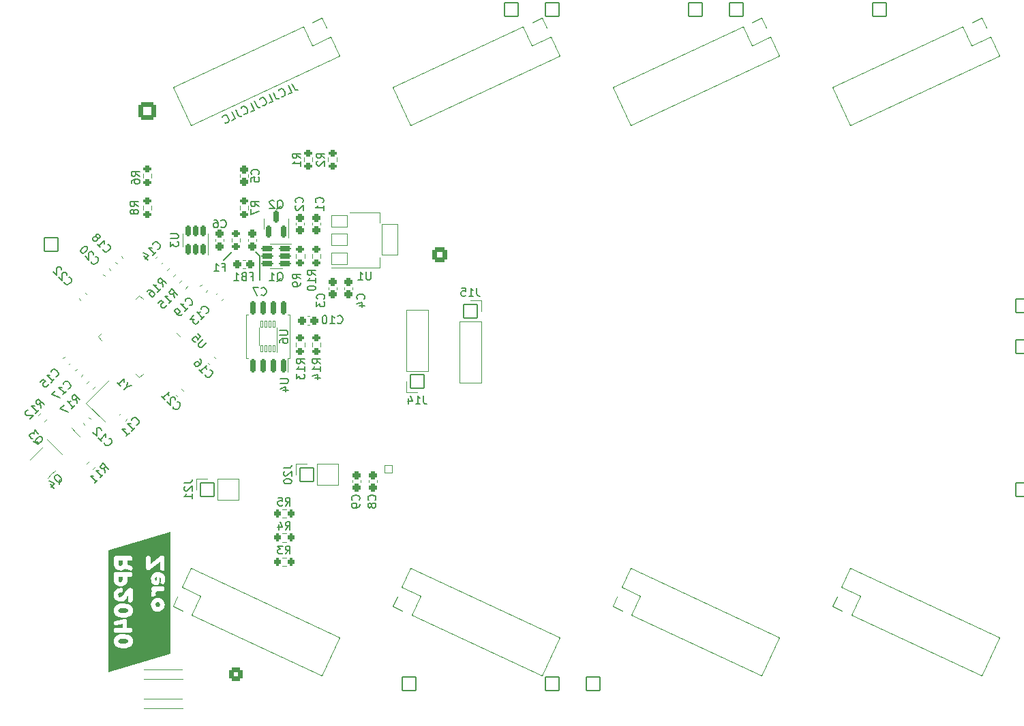
<source format=gbr>
%TF.GenerationSoftware,KiCad,Pcbnew,7.0.1*%
%TF.CreationDate,2023-03-20T23:17:52+01:00*%
%TF.ProjectId,chubby-hat,63687562-6279-42d6-9861-742e6b696361,0.2.2*%
%TF.SameCoordinates,Original*%
%TF.FileFunction,Legend,Bot*%
%TF.FilePolarity,Positive*%
%FSLAX46Y46*%
G04 Gerber Fmt 4.6, Leading zero omitted, Abs format (unit mm)*
G04 Created by KiCad (PCBNEW 7.0.1) date 2023-03-20 23:17:52*
%MOMM*%
%LPD*%
G01*
G04 APERTURE LIST*
G04 Aperture macros list*
%AMRoundRect*
0 Rectangle with rounded corners*
0 $1 Rounding radius*
0 $2 $3 $4 $5 $6 $7 $8 $9 X,Y pos of 4 corners*
0 Add a 4 corners polygon primitive as box body*
4,1,4,$2,$3,$4,$5,$6,$7,$8,$9,$2,$3,0*
0 Add four circle primitives for the rounded corners*
1,1,$1+$1,$2,$3*
1,1,$1+$1,$4,$5*
1,1,$1+$1,$6,$7*
1,1,$1+$1,$8,$9*
0 Add four rect primitives between the rounded corners*
20,1,$1+$1,$2,$3,$4,$5,0*
20,1,$1+$1,$4,$5,$6,$7,0*
20,1,$1+$1,$6,$7,$8,$9,0*
20,1,$1+$1,$8,$9,$2,$3,0*%
%AMHorizOval*
0 Thick line with rounded ends*
0 $1 width*
0 $2 $3 position (X,Y) of the first rounded end (center of the circle)*
0 $4 $5 position (X,Y) of the second rounded end (center of the circle)*
0 Add line between two ends*
20,1,$1,$2,$3,$4,$5,0*
0 Add two circle primitives to create the rounded ends*
1,1,$1,$2,$3*
1,1,$1,$4,$5*%
G04 Aperture macros list end*
%ADD10C,0.150000*%
%ADD11C,0.120000*%
%ADD12C,0.900000*%
%ADD13O,1.900000X1.100000*%
%ADD14RoundRect,0.050000X0.850000X-0.850000X0.850000X0.850000X-0.850000X0.850000X-0.850000X-0.850000X0*%
%ADD15O,1.800000X1.800000*%
%ADD16RoundRect,0.050000X-0.850000X0.850000X-0.850000X-0.850000X0.850000X-0.850000X0.850000X0.850000X0*%
%ADD17C,1.879600*%
%ADD18RoundRect,0.050000X0.850000X0.850000X-0.850000X0.850000X-0.850000X-0.850000X0.850000X-0.850000X0*%
%ADD19C,2.700000*%
%ADD20RoundRect,0.300001X-0.799999X0.799999X-0.799999X-0.799999X0.799999X-0.799999X0.799999X0.799999X0*%
%ADD21C,2.200000*%
%ADD22C,2.474900*%
%ADD23C,1.090600*%
%ADD24C,1.800000*%
%ADD25C,1.600000*%
%ADD26RoundRect,0.300000X-0.550000X0.550000X-0.550000X-0.550000X0.550000X-0.550000X0.550000X0.550000X0*%
%ADD27C,1.700000*%
%ADD28RoundRect,0.300000X0.600000X0.600000X-0.600000X0.600000X-0.600000X-0.600000X0.600000X-0.600000X0*%
%ADD29RoundRect,0.050000X-0.850000X-0.850000X0.850000X-0.850000X0.850000X0.850000X-0.850000X0.850000X0*%
%ADD30RoundRect,0.050000X-0.500000X-0.500000X0.500000X-0.500000X0.500000X0.500000X-0.500000X0.500000X0*%
%ADD31O,1.100000X1.100000*%
%ADD32RoundRect,0.050000X-0.070711X-0.919239X0.919239X0.070711X0.070711X0.919239X-0.919239X-0.070711X0*%
%ADD33RoundRect,0.275000X0.250000X-0.225000X0.250000X0.225000X-0.250000X0.225000X-0.250000X-0.225000X0*%
%ADD34RoundRect,0.050000X-0.411136X1.129587X-1.129587X-0.411136X0.411136X-1.129587X1.129587X0.411136X0*%
%ADD35HorizOval,1.800000X0.000000X0.000000X0.000000X0.000000X0*%
%ADD36RoundRect,0.250000X-0.053033X0.335876X-0.335876X0.053033X0.053033X-0.335876X0.335876X-0.053033X0*%
%ADD37RoundRect,0.050000X0.150000X0.400000X-0.150000X0.400000X-0.150000X-0.400000X0.150000X-0.400000X0*%
%ADD38RoundRect,0.250000X-0.275000X0.200000X-0.275000X-0.200000X0.275000X-0.200000X0.275000X0.200000X0*%
%ADD39RoundRect,0.250000X0.275000X-0.200000X0.275000X0.200000X-0.275000X0.200000X-0.275000X-0.200000X0*%
%ADD40RoundRect,0.050000X1.129587X-0.411136X0.411136X1.129587X-1.129587X0.411136X-0.411136X-1.129587X0*%
%ADD41HorizOval,1.800000X0.000000X0.000000X0.000000X0.000000X0*%
%ADD42RoundRect,0.200000X0.150000X-0.587500X0.150000X0.587500X-0.150000X0.587500X-0.150000X-0.587500X0*%
%ADD43RoundRect,0.268750X0.218750X0.256250X-0.218750X0.256250X-0.218750X-0.256250X0.218750X-0.256250X0*%
%ADD44RoundRect,0.275000X-0.017678X0.335876X-0.335876X0.017678X0.017678X-0.335876X0.335876X-0.017678X0*%
%ADD45RoundRect,0.275000X0.017678X-0.335876X0.335876X-0.017678X-0.017678X0.335876X-0.335876X0.017678X0*%
%ADD46RoundRect,0.275000X-0.250000X0.225000X-0.250000X-0.225000X0.250000X-0.225000X0.250000X0.225000X0*%
%ADD47RoundRect,0.200000X0.150000X-0.512500X0.150000X0.512500X-0.150000X0.512500X-0.150000X-0.512500X0*%
%ADD48C,3.000000*%
%ADD49RoundRect,0.275000X-0.335876X-0.017678X-0.017678X-0.335876X0.335876X0.017678X0.017678X0.335876X0*%
%ADD50RoundRect,0.100000X0.309359X-0.238649X-0.238649X0.309359X-0.309359X0.238649X0.238649X-0.309359X0*%
%ADD51RoundRect,0.100000X0.309359X0.238649X0.238649X0.309359X-0.309359X-0.238649X-0.238649X-0.309359X0*%
%ADD52RoundRect,0.050000X2.262742X0.000000X0.000000X2.262742X-2.262742X0.000000X0.000000X-2.262742X0*%
%ADD53RoundRect,0.275000X-0.225000X-0.250000X0.225000X-0.250000X0.225000X0.250000X-0.225000X0.250000X0*%
%ADD54RoundRect,0.250000X0.200000X0.275000X-0.200000X0.275000X-0.200000X-0.275000X0.200000X-0.275000X0*%
%ADD55RoundRect,0.250000X0.053033X-0.335876X0.335876X-0.053033X-0.053033X0.335876X-0.335876X0.053033X0*%
%ADD56RoundRect,0.200000X0.150000X-0.650000X0.150000X0.650000X-0.150000X0.650000X-0.150000X-0.650000X0*%
%ADD57RoundRect,0.050000X-1.000000X-0.750000X1.000000X-0.750000X1.000000X0.750000X-1.000000X0.750000X0*%
%ADD58RoundRect,0.050000X-1.000000X-1.900000X1.000000X-1.900000X1.000000X1.900000X-1.000000X1.900000X0*%
%ADD59RoundRect,0.175000X0.587500X0.125000X-0.587500X0.125000X-0.587500X-0.125000X0.587500X-0.125000X0*%
%ADD60O,1.879600X3.657600*%
%ADD61O,3.657600X1.879600*%
%ADD62RoundRect,0.200000X0.309359X0.521491X-0.521491X-0.309359X-0.309359X-0.521491X0.521491X0.309359X0*%
%ADD63RoundRect,0.275000X0.335876X0.017678X0.017678X0.335876X-0.335876X-0.017678X-0.017678X-0.335876X0*%
%ADD64RoundRect,0.175000X-0.503814X0.327037X0.327037X-0.503814X0.503814X-0.327037X-0.327037X0.503814X0*%
G04 APERTURE END LIST*
D10*
X172000000Y-70000000D02*
X171500000Y-69500000D01*
X168500000Y-69500000D02*
X167500000Y-70500000D01*
X172000000Y-73000000D02*
X172000000Y-70000000D01*
X175959172Y-48560873D02*
X176261042Y-49208235D01*
X176261042Y-49208235D02*
X176364574Y-49317583D01*
X176364574Y-49317583D02*
X176491138Y-49363649D01*
X176491138Y-49363649D02*
X176640735Y-49346432D01*
X176640735Y-49346432D02*
X176727050Y-49306183D01*
X175518640Y-49869674D02*
X175950215Y-49668427D01*
X175950215Y-49668427D02*
X175527597Y-48762120D01*
X174658398Y-50165728D02*
X174721680Y-50188761D01*
X174721680Y-50188761D02*
X174871277Y-50171544D01*
X174871277Y-50171544D02*
X174957592Y-50131295D01*
X174957592Y-50131295D02*
X175066940Y-50027764D01*
X175066940Y-50027764D02*
X175113006Y-49901199D01*
X175113006Y-49901199D02*
X175115914Y-49794759D01*
X175115914Y-49794759D02*
X175078573Y-49602005D01*
X175078573Y-49602005D02*
X175018198Y-49472532D01*
X175018198Y-49472532D02*
X174894542Y-49320027D01*
X174894542Y-49320027D02*
X174811135Y-49253836D01*
X174811135Y-49253836D02*
X174684571Y-49207771D01*
X174684571Y-49207771D02*
X174534974Y-49224987D01*
X174534974Y-49224987D02*
X174448659Y-49265237D01*
X174448659Y-49265237D02*
X174339311Y-49368768D01*
X174339311Y-49368768D02*
X174316278Y-49432050D01*
X173628666Y-49647606D02*
X173930536Y-50294968D01*
X173930536Y-50294968D02*
X174034068Y-50404316D01*
X174034068Y-50404316D02*
X174160632Y-50450382D01*
X174160632Y-50450382D02*
X174310229Y-50433165D01*
X174310229Y-50433165D02*
X174396544Y-50392916D01*
X173188134Y-50956407D02*
X173619709Y-50755160D01*
X173619709Y-50755160D02*
X173197091Y-49848852D01*
X172327891Y-51252461D02*
X172391174Y-51275494D01*
X172391174Y-51275494D02*
X172540771Y-51258277D01*
X172540771Y-51258277D02*
X172627086Y-51218028D01*
X172627086Y-51218028D02*
X172736434Y-51114496D01*
X172736434Y-51114496D02*
X172782499Y-50987932D01*
X172782499Y-50987932D02*
X172785408Y-50881492D01*
X172785408Y-50881492D02*
X172748066Y-50688738D01*
X172748066Y-50688738D02*
X172687692Y-50559265D01*
X172687692Y-50559265D02*
X172564036Y-50406760D01*
X172564036Y-50406760D02*
X172480629Y-50340569D01*
X172480629Y-50340569D02*
X172354065Y-50294504D01*
X172354065Y-50294504D02*
X172204468Y-50311720D01*
X172204468Y-50311720D02*
X172118153Y-50351970D01*
X172118153Y-50351970D02*
X172008805Y-50455501D01*
X172008805Y-50455501D02*
X171985772Y-50518783D01*
X171298160Y-50734338D02*
X171600030Y-51381701D01*
X171600030Y-51381701D02*
X171703562Y-51491049D01*
X171703562Y-51491049D02*
X171830126Y-51537115D01*
X171830126Y-51537115D02*
X171979723Y-51519898D01*
X171979723Y-51519898D02*
X172066038Y-51479649D01*
X170857628Y-52043140D02*
X171289203Y-51841893D01*
X171289203Y-51841893D02*
X170866584Y-50935585D01*
X169997385Y-52339194D02*
X170060668Y-52362227D01*
X170060668Y-52362227D02*
X170210265Y-52345010D01*
X170210265Y-52345010D02*
X170296580Y-52304761D01*
X170296580Y-52304761D02*
X170405928Y-52201229D01*
X170405928Y-52201229D02*
X170451993Y-52074665D01*
X170451993Y-52074665D02*
X170454901Y-51968225D01*
X170454901Y-51968225D02*
X170417560Y-51775470D01*
X170417560Y-51775470D02*
X170357186Y-51645998D01*
X170357186Y-51645998D02*
X170233530Y-51493493D01*
X170233530Y-51493493D02*
X170150123Y-51427302D01*
X170150123Y-51427302D02*
X170023559Y-51381236D01*
X170023559Y-51381236D02*
X169873962Y-51398453D01*
X169873962Y-51398453D02*
X169787646Y-51438702D01*
X169787646Y-51438702D02*
X169678299Y-51542234D01*
X169678299Y-51542234D02*
X169655266Y-51605516D01*
X168967654Y-51821071D02*
X169269524Y-52468434D01*
X169269524Y-52468434D02*
X169373055Y-52577782D01*
X169373055Y-52577782D02*
X169499620Y-52623848D01*
X169499620Y-52623848D02*
X169649217Y-52606631D01*
X169649217Y-52606631D02*
X169735532Y-52566382D01*
X168527121Y-53129873D02*
X168958697Y-52928626D01*
X168958697Y-52928626D02*
X168536078Y-52022318D01*
X167666879Y-53425927D02*
X167730161Y-53448960D01*
X167730161Y-53448960D02*
X167879759Y-53431743D01*
X167879759Y-53431743D02*
X167966074Y-53391494D01*
X167966074Y-53391494D02*
X168075422Y-53287962D01*
X168075422Y-53287962D02*
X168121487Y-53161398D01*
X168121487Y-53161398D02*
X168124395Y-53054958D01*
X168124395Y-53054958D02*
X168087054Y-52862203D01*
X168087054Y-52862203D02*
X168026680Y-52732731D01*
X168026680Y-52732731D02*
X167903024Y-52580225D01*
X167903024Y-52580225D02*
X167819617Y-52514035D01*
X167819617Y-52514035D02*
X167693053Y-52467969D01*
X167693053Y-52467969D02*
X167543455Y-52485186D01*
X167543455Y-52485186D02*
X167457140Y-52525435D01*
X167457140Y-52525435D02*
X167347792Y-52628967D01*
X167347792Y-52628967D02*
X167324760Y-52692249D01*
%TO.C,Y1*%
X155432279Y-86241156D02*
X155095561Y-86577873D01*
X156038370Y-86106469D02*
X155432279Y-86241156D01*
X155432279Y-86241156D02*
X155566966Y-85635064D01*
X154253767Y-85736079D02*
X154657828Y-86140140D01*
X154455798Y-85938110D02*
X155162904Y-85231003D01*
X155162904Y-85231003D02*
X155129233Y-85399362D01*
X155129233Y-85399362D02*
X155129233Y-85534049D01*
X155129233Y-85534049D02*
X155162904Y-85635064D01*
%TO.C,C5*%
X171797380Y-59833333D02*
X171845000Y-59785714D01*
X171845000Y-59785714D02*
X171892619Y-59642857D01*
X171892619Y-59642857D02*
X171892619Y-59547619D01*
X171892619Y-59547619D02*
X171845000Y-59404762D01*
X171845000Y-59404762D02*
X171749761Y-59309524D01*
X171749761Y-59309524D02*
X171654523Y-59261905D01*
X171654523Y-59261905D02*
X171464047Y-59214286D01*
X171464047Y-59214286D02*
X171321190Y-59214286D01*
X171321190Y-59214286D02*
X171130714Y-59261905D01*
X171130714Y-59261905D02*
X171035476Y-59309524D01*
X171035476Y-59309524D02*
X170940238Y-59404762D01*
X170940238Y-59404762D02*
X170892619Y-59547619D01*
X170892619Y-59547619D02*
X170892619Y-59642857D01*
X170892619Y-59642857D02*
X170940238Y-59785714D01*
X170940238Y-59785714D02*
X170987857Y-59833333D01*
X170892619Y-60738095D02*
X170892619Y-60261905D01*
X170892619Y-60261905D02*
X171368809Y-60214286D01*
X171368809Y-60214286D02*
X171321190Y-60261905D01*
X171321190Y-60261905D02*
X171273571Y-60357143D01*
X171273571Y-60357143D02*
X171273571Y-60595238D01*
X171273571Y-60595238D02*
X171321190Y-60690476D01*
X171321190Y-60690476D02*
X171368809Y-60738095D01*
X171368809Y-60738095D02*
X171464047Y-60785714D01*
X171464047Y-60785714D02*
X171702142Y-60785714D01*
X171702142Y-60785714D02*
X171797380Y-60738095D01*
X171797380Y-60738095D02*
X171845000Y-60690476D01*
X171845000Y-60690476D02*
X171892619Y-60595238D01*
X171892619Y-60595238D02*
X171892619Y-60357143D01*
X171892619Y-60357143D02*
X171845000Y-60261905D01*
X171845000Y-60261905D02*
X171797380Y-60214286D01*
%TO.C,R16*%
X159952507Y-73800729D02*
X159851492Y-73228309D01*
X160356568Y-73396668D02*
X159649461Y-72689561D01*
X159649461Y-72689561D02*
X159380087Y-72958935D01*
X159380087Y-72958935D02*
X159346416Y-73059950D01*
X159346416Y-73059950D02*
X159346416Y-73127294D01*
X159346416Y-73127294D02*
X159380087Y-73228309D01*
X159380087Y-73228309D02*
X159481103Y-73329324D01*
X159481103Y-73329324D02*
X159582118Y-73362996D01*
X159582118Y-73362996D02*
X159649461Y-73362996D01*
X159649461Y-73362996D02*
X159750477Y-73329324D01*
X159750477Y-73329324D02*
X160019851Y-73059950D01*
X159279072Y-74474164D02*
X159683133Y-74070103D01*
X159481103Y-74272133D02*
X158773996Y-73565027D01*
X158773996Y-73565027D02*
X158942355Y-73598698D01*
X158942355Y-73598698D02*
X159077042Y-73598698D01*
X159077042Y-73598698D02*
X159178057Y-73565027D01*
X157965874Y-74373149D02*
X158100561Y-74238462D01*
X158100561Y-74238462D02*
X158201576Y-74204790D01*
X158201576Y-74204790D02*
X158268920Y-74204790D01*
X158268920Y-74204790D02*
X158437278Y-74238462D01*
X158437278Y-74238462D02*
X158605637Y-74339477D01*
X158605637Y-74339477D02*
X158875011Y-74608851D01*
X158875011Y-74608851D02*
X158908683Y-74709866D01*
X158908683Y-74709866D02*
X158908683Y-74777210D01*
X158908683Y-74777210D02*
X158875011Y-74878225D01*
X158875011Y-74878225D02*
X158740324Y-75012912D01*
X158740324Y-75012912D02*
X158639309Y-75046584D01*
X158639309Y-75046584D02*
X158571965Y-75046584D01*
X158571965Y-75046584D02*
X158470950Y-75012912D01*
X158470950Y-75012912D02*
X158302591Y-74844553D01*
X158302591Y-74844553D02*
X158268920Y-74743538D01*
X158268920Y-74743538D02*
X158268920Y-74676194D01*
X158268920Y-74676194D02*
X158302591Y-74575179D01*
X158302591Y-74575179D02*
X158437278Y-74440492D01*
X158437278Y-74440492D02*
X158538294Y-74406820D01*
X158538294Y-74406820D02*
X158605637Y-74406820D01*
X158605637Y-74406820D02*
X158706652Y-74440492D01*
%TO.C,U6*%
X174462619Y-79238095D02*
X175272142Y-79238095D01*
X175272142Y-79238095D02*
X175367380Y-79285714D01*
X175367380Y-79285714D02*
X175415000Y-79333333D01*
X175415000Y-79333333D02*
X175462619Y-79428571D01*
X175462619Y-79428571D02*
X175462619Y-79619047D01*
X175462619Y-79619047D02*
X175415000Y-79714285D01*
X175415000Y-79714285D02*
X175367380Y-79761904D01*
X175367380Y-79761904D02*
X175272142Y-79809523D01*
X175272142Y-79809523D02*
X174462619Y-79809523D01*
X174462619Y-80714285D02*
X174462619Y-80523809D01*
X174462619Y-80523809D02*
X174510238Y-80428571D01*
X174510238Y-80428571D02*
X174557857Y-80380952D01*
X174557857Y-80380952D02*
X174700714Y-80285714D01*
X174700714Y-80285714D02*
X174891190Y-80238095D01*
X174891190Y-80238095D02*
X175272142Y-80238095D01*
X175272142Y-80238095D02*
X175367380Y-80285714D01*
X175367380Y-80285714D02*
X175415000Y-80333333D01*
X175415000Y-80333333D02*
X175462619Y-80428571D01*
X175462619Y-80428571D02*
X175462619Y-80619047D01*
X175462619Y-80619047D02*
X175415000Y-80714285D01*
X175415000Y-80714285D02*
X175367380Y-80761904D01*
X175367380Y-80761904D02*
X175272142Y-80809523D01*
X175272142Y-80809523D02*
X175034047Y-80809523D01*
X175034047Y-80809523D02*
X174938809Y-80761904D01*
X174938809Y-80761904D02*
X174891190Y-80714285D01*
X174891190Y-80714285D02*
X174843571Y-80619047D01*
X174843571Y-80619047D02*
X174843571Y-80428571D01*
X174843571Y-80428571D02*
X174891190Y-80333333D01*
X174891190Y-80333333D02*
X174938809Y-80285714D01*
X174938809Y-80285714D02*
X175034047Y-80238095D01*
%TO.C,R2*%
X180032619Y-57833333D02*
X179556428Y-57500000D01*
X180032619Y-57261905D02*
X179032619Y-57261905D01*
X179032619Y-57261905D02*
X179032619Y-57642857D01*
X179032619Y-57642857D02*
X179080238Y-57738095D01*
X179080238Y-57738095D02*
X179127857Y-57785714D01*
X179127857Y-57785714D02*
X179223095Y-57833333D01*
X179223095Y-57833333D02*
X179365952Y-57833333D01*
X179365952Y-57833333D02*
X179461190Y-57785714D01*
X179461190Y-57785714D02*
X179508809Y-57738095D01*
X179508809Y-57738095D02*
X179556428Y-57642857D01*
X179556428Y-57642857D02*
X179556428Y-57261905D01*
X179127857Y-58214286D02*
X179080238Y-58261905D01*
X179080238Y-58261905D02*
X179032619Y-58357143D01*
X179032619Y-58357143D02*
X179032619Y-58595238D01*
X179032619Y-58595238D02*
X179080238Y-58690476D01*
X179080238Y-58690476D02*
X179127857Y-58738095D01*
X179127857Y-58738095D02*
X179223095Y-58785714D01*
X179223095Y-58785714D02*
X179318333Y-58785714D01*
X179318333Y-58785714D02*
X179461190Y-58738095D01*
X179461190Y-58738095D02*
X180032619Y-58166667D01*
X180032619Y-58166667D02*
X180032619Y-58785714D01*
%TO.C,R8*%
X156892619Y-63833333D02*
X156416428Y-63500000D01*
X156892619Y-63261905D02*
X155892619Y-63261905D01*
X155892619Y-63261905D02*
X155892619Y-63642857D01*
X155892619Y-63642857D02*
X155940238Y-63738095D01*
X155940238Y-63738095D02*
X155987857Y-63785714D01*
X155987857Y-63785714D02*
X156083095Y-63833333D01*
X156083095Y-63833333D02*
X156225952Y-63833333D01*
X156225952Y-63833333D02*
X156321190Y-63785714D01*
X156321190Y-63785714D02*
X156368809Y-63738095D01*
X156368809Y-63738095D02*
X156416428Y-63642857D01*
X156416428Y-63642857D02*
X156416428Y-63261905D01*
X156321190Y-64404762D02*
X156273571Y-64309524D01*
X156273571Y-64309524D02*
X156225952Y-64261905D01*
X156225952Y-64261905D02*
X156130714Y-64214286D01*
X156130714Y-64214286D02*
X156083095Y-64214286D01*
X156083095Y-64214286D02*
X155987857Y-64261905D01*
X155987857Y-64261905D02*
X155940238Y-64309524D01*
X155940238Y-64309524D02*
X155892619Y-64404762D01*
X155892619Y-64404762D02*
X155892619Y-64595238D01*
X155892619Y-64595238D02*
X155940238Y-64690476D01*
X155940238Y-64690476D02*
X155987857Y-64738095D01*
X155987857Y-64738095D02*
X156083095Y-64785714D01*
X156083095Y-64785714D02*
X156130714Y-64785714D01*
X156130714Y-64785714D02*
X156225952Y-64738095D01*
X156225952Y-64738095D02*
X156273571Y-64690476D01*
X156273571Y-64690476D02*
X156321190Y-64595238D01*
X156321190Y-64595238D02*
X156321190Y-64404762D01*
X156321190Y-64404762D02*
X156368809Y-64309524D01*
X156368809Y-64309524D02*
X156416428Y-64261905D01*
X156416428Y-64261905D02*
X156511666Y-64214286D01*
X156511666Y-64214286D02*
X156702142Y-64214286D01*
X156702142Y-64214286D02*
X156797380Y-64261905D01*
X156797380Y-64261905D02*
X156845000Y-64309524D01*
X156845000Y-64309524D02*
X156892619Y-64404762D01*
X156892619Y-64404762D02*
X156892619Y-64595238D01*
X156892619Y-64595238D02*
X156845000Y-64690476D01*
X156845000Y-64690476D02*
X156797380Y-64738095D01*
X156797380Y-64738095D02*
X156702142Y-64785714D01*
X156702142Y-64785714D02*
X156511666Y-64785714D01*
X156511666Y-64785714D02*
X156416428Y-64738095D01*
X156416428Y-64738095D02*
X156368809Y-64690476D01*
X156368809Y-64690476D02*
X156321190Y-64595238D01*
%TO.C,Q2*%
X174095238Y-64157857D02*
X174190476Y-64110238D01*
X174190476Y-64110238D02*
X174285714Y-64015000D01*
X174285714Y-64015000D02*
X174428571Y-63872142D01*
X174428571Y-63872142D02*
X174523809Y-63824523D01*
X174523809Y-63824523D02*
X174619047Y-63824523D01*
X174571428Y-64062619D02*
X174666666Y-64015000D01*
X174666666Y-64015000D02*
X174761904Y-63919761D01*
X174761904Y-63919761D02*
X174809523Y-63729285D01*
X174809523Y-63729285D02*
X174809523Y-63395952D01*
X174809523Y-63395952D02*
X174761904Y-63205476D01*
X174761904Y-63205476D02*
X174666666Y-63110238D01*
X174666666Y-63110238D02*
X174571428Y-63062619D01*
X174571428Y-63062619D02*
X174380952Y-63062619D01*
X174380952Y-63062619D02*
X174285714Y-63110238D01*
X174285714Y-63110238D02*
X174190476Y-63205476D01*
X174190476Y-63205476D02*
X174142857Y-63395952D01*
X174142857Y-63395952D02*
X174142857Y-63729285D01*
X174142857Y-63729285D02*
X174190476Y-63919761D01*
X174190476Y-63919761D02*
X174285714Y-64015000D01*
X174285714Y-64015000D02*
X174380952Y-64062619D01*
X174380952Y-64062619D02*
X174571428Y-64062619D01*
X173761904Y-63157857D02*
X173714285Y-63110238D01*
X173714285Y-63110238D02*
X173619047Y-63062619D01*
X173619047Y-63062619D02*
X173380952Y-63062619D01*
X173380952Y-63062619D02*
X173285714Y-63110238D01*
X173285714Y-63110238D02*
X173238095Y-63157857D01*
X173238095Y-63157857D02*
X173190476Y-63253095D01*
X173190476Y-63253095D02*
X173190476Y-63348333D01*
X173190476Y-63348333D02*
X173238095Y-63491190D01*
X173238095Y-63491190D02*
X173809523Y-64062619D01*
X173809523Y-64062619D02*
X173190476Y-64062619D01*
%TO.C,FB1*%
X170833333Y-72508809D02*
X171166666Y-72508809D01*
X171166666Y-73032619D02*
X171166666Y-72032619D01*
X171166666Y-72032619D02*
X170690476Y-72032619D01*
X169976190Y-72508809D02*
X169833333Y-72556428D01*
X169833333Y-72556428D02*
X169785714Y-72604047D01*
X169785714Y-72604047D02*
X169738095Y-72699285D01*
X169738095Y-72699285D02*
X169738095Y-72842142D01*
X169738095Y-72842142D02*
X169785714Y-72937380D01*
X169785714Y-72937380D02*
X169833333Y-72985000D01*
X169833333Y-72985000D02*
X169928571Y-73032619D01*
X169928571Y-73032619D02*
X170309523Y-73032619D01*
X170309523Y-73032619D02*
X170309523Y-72032619D01*
X170309523Y-72032619D02*
X169976190Y-72032619D01*
X169976190Y-72032619D02*
X169880952Y-72080238D01*
X169880952Y-72080238D02*
X169833333Y-72127857D01*
X169833333Y-72127857D02*
X169785714Y-72223095D01*
X169785714Y-72223095D02*
X169785714Y-72318333D01*
X169785714Y-72318333D02*
X169833333Y-72413571D01*
X169833333Y-72413571D02*
X169880952Y-72461190D01*
X169880952Y-72461190D02*
X169976190Y-72508809D01*
X169976190Y-72508809D02*
X170309523Y-72508809D01*
X168785714Y-73032619D02*
X169357142Y-73032619D01*
X169071428Y-73032619D02*
X169071428Y-72032619D01*
X169071428Y-72032619D02*
X169166666Y-72175476D01*
X169166666Y-72175476D02*
X169261904Y-72270714D01*
X169261904Y-72270714D02*
X169357142Y-72318333D01*
%TO.C,C15*%
X146642523Y-84976026D02*
X146709866Y-84976026D01*
X146709866Y-84976026D02*
X146844553Y-84908683D01*
X146844553Y-84908683D02*
X146911897Y-84841339D01*
X146911897Y-84841339D02*
X146979240Y-84706652D01*
X146979240Y-84706652D02*
X146979240Y-84571965D01*
X146979240Y-84571965D02*
X146945569Y-84470950D01*
X146945569Y-84470950D02*
X146844553Y-84302591D01*
X146844553Y-84302591D02*
X146743538Y-84201576D01*
X146743538Y-84201576D02*
X146575179Y-84100561D01*
X146575179Y-84100561D02*
X146474164Y-84066889D01*
X146474164Y-84066889D02*
X146339477Y-84066889D01*
X146339477Y-84066889D02*
X146204790Y-84134233D01*
X146204790Y-84134233D02*
X146137446Y-84201576D01*
X146137446Y-84201576D02*
X146070103Y-84336263D01*
X146070103Y-84336263D02*
X146070103Y-84403607D01*
X146036431Y-85716805D02*
X146440492Y-85312744D01*
X146238462Y-85514774D02*
X145531355Y-84807668D01*
X145531355Y-84807668D02*
X145699714Y-84841339D01*
X145699714Y-84841339D02*
X145834401Y-84841339D01*
X145834401Y-84841339D02*
X145935416Y-84807668D01*
X144689561Y-85649461D02*
X145026279Y-85312744D01*
X145026279Y-85312744D02*
X145396668Y-85615790D01*
X145396668Y-85615790D02*
X145329324Y-85615790D01*
X145329324Y-85615790D02*
X145228309Y-85649461D01*
X145228309Y-85649461D02*
X145059950Y-85817820D01*
X145059950Y-85817820D02*
X145026279Y-85918835D01*
X145026279Y-85918835D02*
X145026279Y-85986179D01*
X145026279Y-85986179D02*
X145059950Y-86087194D01*
X145059950Y-86087194D02*
X145228309Y-86255553D01*
X145228309Y-86255553D02*
X145329324Y-86289225D01*
X145329324Y-86289225D02*
X145396668Y-86289225D01*
X145396668Y-86289225D02*
X145497683Y-86255553D01*
X145497683Y-86255553D02*
X145666042Y-86087194D01*
X145666042Y-86087194D02*
X145699714Y-85986179D01*
X145699714Y-85986179D02*
X145699714Y-85918835D01*
%TO.C,C8*%
X186297380Y-100333333D02*
X186345000Y-100285714D01*
X186345000Y-100285714D02*
X186392619Y-100142857D01*
X186392619Y-100142857D02*
X186392619Y-100047619D01*
X186392619Y-100047619D02*
X186345000Y-99904762D01*
X186345000Y-99904762D02*
X186249761Y-99809524D01*
X186249761Y-99809524D02*
X186154523Y-99761905D01*
X186154523Y-99761905D02*
X185964047Y-99714286D01*
X185964047Y-99714286D02*
X185821190Y-99714286D01*
X185821190Y-99714286D02*
X185630714Y-99761905D01*
X185630714Y-99761905D02*
X185535476Y-99809524D01*
X185535476Y-99809524D02*
X185440238Y-99904762D01*
X185440238Y-99904762D02*
X185392619Y-100047619D01*
X185392619Y-100047619D02*
X185392619Y-100142857D01*
X185392619Y-100142857D02*
X185440238Y-100285714D01*
X185440238Y-100285714D02*
X185487857Y-100333333D01*
X185821190Y-100904762D02*
X185773571Y-100809524D01*
X185773571Y-100809524D02*
X185725952Y-100761905D01*
X185725952Y-100761905D02*
X185630714Y-100714286D01*
X185630714Y-100714286D02*
X185583095Y-100714286D01*
X185583095Y-100714286D02*
X185487857Y-100761905D01*
X185487857Y-100761905D02*
X185440238Y-100809524D01*
X185440238Y-100809524D02*
X185392619Y-100904762D01*
X185392619Y-100904762D02*
X185392619Y-101095238D01*
X185392619Y-101095238D02*
X185440238Y-101190476D01*
X185440238Y-101190476D02*
X185487857Y-101238095D01*
X185487857Y-101238095D02*
X185583095Y-101285714D01*
X185583095Y-101285714D02*
X185630714Y-101285714D01*
X185630714Y-101285714D02*
X185725952Y-101238095D01*
X185725952Y-101238095D02*
X185773571Y-101190476D01*
X185773571Y-101190476D02*
X185821190Y-101095238D01*
X185821190Y-101095238D02*
X185821190Y-100904762D01*
X185821190Y-100904762D02*
X185868809Y-100809524D01*
X185868809Y-100809524D02*
X185916428Y-100761905D01*
X185916428Y-100761905D02*
X186011666Y-100714286D01*
X186011666Y-100714286D02*
X186202142Y-100714286D01*
X186202142Y-100714286D02*
X186297380Y-100761905D01*
X186297380Y-100761905D02*
X186345000Y-100809524D01*
X186345000Y-100809524D02*
X186392619Y-100904762D01*
X186392619Y-100904762D02*
X186392619Y-101095238D01*
X186392619Y-101095238D02*
X186345000Y-101190476D01*
X186345000Y-101190476D02*
X186297380Y-101238095D01*
X186297380Y-101238095D02*
X186202142Y-101285714D01*
X186202142Y-101285714D02*
X186011666Y-101285714D01*
X186011666Y-101285714D02*
X185916428Y-101238095D01*
X185916428Y-101238095D02*
X185868809Y-101190476D01*
X185868809Y-101190476D02*
X185821190Y-101095238D01*
%TO.C,C19*%
X163286169Y-76134390D02*
X163353512Y-76134390D01*
X163353512Y-76134390D02*
X163488199Y-76067047D01*
X163488199Y-76067047D02*
X163555543Y-75999703D01*
X163555543Y-75999703D02*
X163622886Y-75865016D01*
X163622886Y-75865016D02*
X163622886Y-75730329D01*
X163622886Y-75730329D02*
X163589215Y-75629314D01*
X163589215Y-75629314D02*
X163488199Y-75460955D01*
X163488199Y-75460955D02*
X163387184Y-75359940D01*
X163387184Y-75359940D02*
X163218825Y-75258925D01*
X163218825Y-75258925D02*
X163117810Y-75225253D01*
X163117810Y-75225253D02*
X162983123Y-75225253D01*
X162983123Y-75225253D02*
X162848436Y-75292597D01*
X162848436Y-75292597D02*
X162781092Y-75359940D01*
X162781092Y-75359940D02*
X162713749Y-75494627D01*
X162713749Y-75494627D02*
X162713749Y-75561971D01*
X162680077Y-76875169D02*
X163084138Y-76471108D01*
X162882108Y-76673138D02*
X162175001Y-75966032D01*
X162175001Y-75966032D02*
X162343360Y-75999703D01*
X162343360Y-75999703D02*
X162478047Y-75999703D01*
X162478047Y-75999703D02*
X162579062Y-75966032D01*
X162343360Y-77211886D02*
X162208673Y-77346573D01*
X162208673Y-77346573D02*
X162107657Y-77380245D01*
X162107657Y-77380245D02*
X162040314Y-77380245D01*
X162040314Y-77380245D02*
X161871955Y-77346573D01*
X161871955Y-77346573D02*
X161703596Y-77245558D01*
X161703596Y-77245558D02*
X161434222Y-76976184D01*
X161434222Y-76976184D02*
X161400551Y-76875169D01*
X161400551Y-76875169D02*
X161400551Y-76807825D01*
X161400551Y-76807825D02*
X161434222Y-76706810D01*
X161434222Y-76706810D02*
X161568909Y-76572123D01*
X161568909Y-76572123D02*
X161669925Y-76538451D01*
X161669925Y-76538451D02*
X161737268Y-76538451D01*
X161737268Y-76538451D02*
X161838283Y-76572123D01*
X161838283Y-76572123D02*
X162006642Y-76740482D01*
X162006642Y-76740482D02*
X162040314Y-76841497D01*
X162040314Y-76841497D02*
X162040314Y-76908841D01*
X162040314Y-76908841D02*
X162006642Y-77009856D01*
X162006642Y-77009856D02*
X161871955Y-77144543D01*
X161871955Y-77144543D02*
X161770940Y-77178215D01*
X161770940Y-77178215D02*
X161703596Y-77178215D01*
X161703596Y-77178215D02*
X161602581Y-77144543D01*
%TO.C,C13*%
X165286169Y-77134390D02*
X165353512Y-77134390D01*
X165353512Y-77134390D02*
X165488199Y-77067047D01*
X165488199Y-77067047D02*
X165555543Y-76999703D01*
X165555543Y-76999703D02*
X165622886Y-76865016D01*
X165622886Y-76865016D02*
X165622886Y-76730329D01*
X165622886Y-76730329D02*
X165589215Y-76629314D01*
X165589215Y-76629314D02*
X165488199Y-76460955D01*
X165488199Y-76460955D02*
X165387184Y-76359940D01*
X165387184Y-76359940D02*
X165218825Y-76258925D01*
X165218825Y-76258925D02*
X165117810Y-76225253D01*
X165117810Y-76225253D02*
X164983123Y-76225253D01*
X164983123Y-76225253D02*
X164848436Y-76292597D01*
X164848436Y-76292597D02*
X164781092Y-76359940D01*
X164781092Y-76359940D02*
X164713749Y-76494627D01*
X164713749Y-76494627D02*
X164713749Y-76561971D01*
X164680077Y-77875169D02*
X165084138Y-77471108D01*
X164882108Y-77673138D02*
X164175001Y-76966032D01*
X164175001Y-76966032D02*
X164343360Y-76999703D01*
X164343360Y-76999703D02*
X164478047Y-76999703D01*
X164478047Y-76999703D02*
X164579062Y-76966032D01*
X163737268Y-77403764D02*
X163299535Y-77841497D01*
X163299535Y-77841497D02*
X163804612Y-77875169D01*
X163804612Y-77875169D02*
X163703596Y-77976184D01*
X163703596Y-77976184D02*
X163669925Y-78077199D01*
X163669925Y-78077199D02*
X163669925Y-78144543D01*
X163669925Y-78144543D02*
X163703596Y-78245558D01*
X163703596Y-78245558D02*
X163871955Y-78413917D01*
X163871955Y-78413917D02*
X163972970Y-78447589D01*
X163972970Y-78447589D02*
X164040314Y-78447589D01*
X164040314Y-78447589D02*
X164141329Y-78413917D01*
X164141329Y-78413917D02*
X164343360Y-78211886D01*
X164343360Y-78211886D02*
X164377031Y-78110871D01*
X164377031Y-78110871D02*
X164377031Y-78043528D01*
%TO.C,C14*%
X159286169Y-69134390D02*
X159353512Y-69134390D01*
X159353512Y-69134390D02*
X159488199Y-69067047D01*
X159488199Y-69067047D02*
X159555543Y-68999703D01*
X159555543Y-68999703D02*
X159622886Y-68865016D01*
X159622886Y-68865016D02*
X159622886Y-68730329D01*
X159622886Y-68730329D02*
X159589215Y-68629314D01*
X159589215Y-68629314D02*
X159488199Y-68460955D01*
X159488199Y-68460955D02*
X159387184Y-68359940D01*
X159387184Y-68359940D02*
X159218825Y-68258925D01*
X159218825Y-68258925D02*
X159117810Y-68225253D01*
X159117810Y-68225253D02*
X158983123Y-68225253D01*
X158983123Y-68225253D02*
X158848436Y-68292597D01*
X158848436Y-68292597D02*
X158781092Y-68359940D01*
X158781092Y-68359940D02*
X158713749Y-68494627D01*
X158713749Y-68494627D02*
X158713749Y-68561971D01*
X158680077Y-69875169D02*
X159084138Y-69471108D01*
X158882108Y-69673138D02*
X158175001Y-68966032D01*
X158175001Y-68966032D02*
X158343360Y-68999703D01*
X158343360Y-68999703D02*
X158478047Y-68999703D01*
X158478047Y-68999703D02*
X158579062Y-68966032D01*
X157602581Y-70009856D02*
X158073986Y-70481260D01*
X157501566Y-69572123D02*
X158175001Y-69908841D01*
X158175001Y-69908841D02*
X157737268Y-70346573D01*
%TO.C,C7*%
X172166666Y-74797383D02*
X172214285Y-74845003D01*
X172214285Y-74845003D02*
X172357142Y-74892622D01*
X172357142Y-74892622D02*
X172452380Y-74892622D01*
X172452380Y-74892622D02*
X172595237Y-74845003D01*
X172595237Y-74845003D02*
X172690475Y-74749764D01*
X172690475Y-74749764D02*
X172738094Y-74654526D01*
X172738094Y-74654526D02*
X172785713Y-74464050D01*
X172785713Y-74464050D02*
X172785713Y-74321193D01*
X172785713Y-74321193D02*
X172738094Y-74130717D01*
X172738094Y-74130717D02*
X172690475Y-74035479D01*
X172690475Y-74035479D02*
X172595237Y-73940241D01*
X172595237Y-73940241D02*
X172452380Y-73892622D01*
X172452380Y-73892622D02*
X172357142Y-73892622D01*
X172357142Y-73892622D02*
X172214285Y-73940241D01*
X172214285Y-73940241D02*
X172166666Y-73987860D01*
X171833332Y-73892622D02*
X171166666Y-73892622D01*
X171166666Y-73892622D02*
X171595237Y-74892622D01*
%TO.C,U3*%
X160862619Y-67238095D02*
X161672142Y-67238095D01*
X161672142Y-67238095D02*
X161767380Y-67285714D01*
X161767380Y-67285714D02*
X161815000Y-67333333D01*
X161815000Y-67333333D02*
X161862619Y-67428571D01*
X161862619Y-67428571D02*
X161862619Y-67619047D01*
X161862619Y-67619047D02*
X161815000Y-67714285D01*
X161815000Y-67714285D02*
X161767380Y-67761904D01*
X161767380Y-67761904D02*
X161672142Y-67809523D01*
X161672142Y-67809523D02*
X160862619Y-67809523D01*
X160862619Y-68190476D02*
X160862619Y-68809523D01*
X160862619Y-68809523D02*
X161243571Y-68476190D01*
X161243571Y-68476190D02*
X161243571Y-68619047D01*
X161243571Y-68619047D02*
X161291190Y-68714285D01*
X161291190Y-68714285D02*
X161338809Y-68761904D01*
X161338809Y-68761904D02*
X161434047Y-68809523D01*
X161434047Y-68809523D02*
X161672142Y-68809523D01*
X161672142Y-68809523D02*
X161767380Y-68761904D01*
X161767380Y-68761904D02*
X161815000Y-68714285D01*
X161815000Y-68714285D02*
X161862619Y-68619047D01*
X161862619Y-68619047D02*
X161862619Y-68333333D01*
X161862619Y-68333333D02*
X161815000Y-68238095D01*
X161815000Y-68238095D02*
X161767380Y-68190476D01*
%TO.C,R7*%
X171892619Y-63833333D02*
X171416428Y-63500000D01*
X171892619Y-63261905D02*
X170892619Y-63261905D01*
X170892619Y-63261905D02*
X170892619Y-63642857D01*
X170892619Y-63642857D02*
X170940238Y-63738095D01*
X170940238Y-63738095D02*
X170987857Y-63785714D01*
X170987857Y-63785714D02*
X171083095Y-63833333D01*
X171083095Y-63833333D02*
X171225952Y-63833333D01*
X171225952Y-63833333D02*
X171321190Y-63785714D01*
X171321190Y-63785714D02*
X171368809Y-63738095D01*
X171368809Y-63738095D02*
X171416428Y-63642857D01*
X171416428Y-63642857D02*
X171416428Y-63261905D01*
X170892619Y-64166667D02*
X170892619Y-64833333D01*
X170892619Y-64833333D02*
X171892619Y-64404762D01*
%TO.C,C16*%
X165183628Y-84725509D02*
X165183628Y-84792852D01*
X165183628Y-84792852D02*
X165250971Y-84927539D01*
X165250971Y-84927539D02*
X165318315Y-84994883D01*
X165318315Y-84994883D02*
X165453002Y-85062226D01*
X165453002Y-85062226D02*
X165587689Y-85062226D01*
X165587689Y-85062226D02*
X165688704Y-85028555D01*
X165688704Y-85028555D02*
X165857063Y-84927539D01*
X165857063Y-84927539D02*
X165958078Y-84826524D01*
X165958078Y-84826524D02*
X166059093Y-84658165D01*
X166059093Y-84658165D02*
X166092765Y-84557150D01*
X166092765Y-84557150D02*
X166092765Y-84422463D01*
X166092765Y-84422463D02*
X166025421Y-84287776D01*
X166025421Y-84287776D02*
X165958078Y-84220432D01*
X165958078Y-84220432D02*
X165823391Y-84153089D01*
X165823391Y-84153089D02*
X165756047Y-84153089D01*
X164442849Y-84119417D02*
X164846910Y-84523478D01*
X164644880Y-84321448D02*
X165351986Y-83614341D01*
X165351986Y-83614341D02*
X165318315Y-83782700D01*
X165318315Y-83782700D02*
X165318315Y-83917387D01*
X165318315Y-83917387D02*
X165351986Y-84018402D01*
X164543864Y-82806219D02*
X164678551Y-82940906D01*
X164678551Y-82940906D02*
X164712223Y-83041921D01*
X164712223Y-83041921D02*
X164712223Y-83109265D01*
X164712223Y-83109265D02*
X164678551Y-83277623D01*
X164678551Y-83277623D02*
X164577536Y-83445982D01*
X164577536Y-83445982D02*
X164308162Y-83715356D01*
X164308162Y-83715356D02*
X164207147Y-83749028D01*
X164207147Y-83749028D02*
X164139803Y-83749028D01*
X164139803Y-83749028D02*
X164038788Y-83715356D01*
X164038788Y-83715356D02*
X163904101Y-83580669D01*
X163904101Y-83580669D02*
X163870429Y-83479654D01*
X163870429Y-83479654D02*
X163870429Y-83412310D01*
X163870429Y-83412310D02*
X163904101Y-83311295D01*
X163904101Y-83311295D02*
X164072460Y-83142936D01*
X164072460Y-83142936D02*
X164173475Y-83109265D01*
X164173475Y-83109265D02*
X164240819Y-83109265D01*
X164240819Y-83109265D02*
X164341834Y-83142936D01*
X164341834Y-83142936D02*
X164476521Y-83277623D01*
X164476521Y-83277623D02*
X164510193Y-83378639D01*
X164510193Y-83378639D02*
X164510193Y-83445982D01*
X164510193Y-83445982D02*
X164476521Y-83546997D01*
%TO.C,J21*%
X162592619Y-98190476D02*
X163306904Y-98190476D01*
X163306904Y-98190476D02*
X163449761Y-98142857D01*
X163449761Y-98142857D02*
X163545000Y-98047619D01*
X163545000Y-98047619D02*
X163592619Y-97904762D01*
X163592619Y-97904762D02*
X163592619Y-97809524D01*
X162687857Y-98619048D02*
X162640238Y-98666667D01*
X162640238Y-98666667D02*
X162592619Y-98761905D01*
X162592619Y-98761905D02*
X162592619Y-99000000D01*
X162592619Y-99000000D02*
X162640238Y-99095238D01*
X162640238Y-99095238D02*
X162687857Y-99142857D01*
X162687857Y-99142857D02*
X162783095Y-99190476D01*
X162783095Y-99190476D02*
X162878333Y-99190476D01*
X162878333Y-99190476D02*
X163021190Y-99142857D01*
X163021190Y-99142857D02*
X163592619Y-98571429D01*
X163592619Y-98571429D02*
X163592619Y-99190476D01*
X163592619Y-100142857D02*
X163592619Y-99571429D01*
X163592619Y-99857143D02*
X162592619Y-99857143D01*
X162592619Y-99857143D02*
X162735476Y-99761905D01*
X162735476Y-99761905D02*
X162830714Y-99666667D01*
X162830714Y-99666667D02*
X162878333Y-99571429D01*
%TO.C,C11*%
X156642523Y-90976026D02*
X156709866Y-90976026D01*
X156709866Y-90976026D02*
X156844553Y-90908683D01*
X156844553Y-90908683D02*
X156911897Y-90841339D01*
X156911897Y-90841339D02*
X156979240Y-90706652D01*
X156979240Y-90706652D02*
X156979240Y-90571965D01*
X156979240Y-90571965D02*
X156945569Y-90470950D01*
X156945569Y-90470950D02*
X156844553Y-90302591D01*
X156844553Y-90302591D02*
X156743538Y-90201576D01*
X156743538Y-90201576D02*
X156575179Y-90100561D01*
X156575179Y-90100561D02*
X156474164Y-90066889D01*
X156474164Y-90066889D02*
X156339477Y-90066889D01*
X156339477Y-90066889D02*
X156204790Y-90134233D01*
X156204790Y-90134233D02*
X156137446Y-90201576D01*
X156137446Y-90201576D02*
X156070103Y-90336263D01*
X156070103Y-90336263D02*
X156070103Y-90403607D01*
X156036431Y-91716805D02*
X156440492Y-91312744D01*
X156238462Y-91514774D02*
X155531355Y-90807668D01*
X155531355Y-90807668D02*
X155699714Y-90841339D01*
X155699714Y-90841339D02*
X155834401Y-90841339D01*
X155834401Y-90841339D02*
X155935416Y-90807668D01*
X155362996Y-92390240D02*
X155767057Y-91986179D01*
X155565027Y-92188209D02*
X154857920Y-91481103D01*
X154857920Y-91481103D02*
X155026279Y-91514774D01*
X155026279Y-91514774D02*
X155160966Y-91514774D01*
X155160966Y-91514774D02*
X155261981Y-91481103D01*
%TO.C,U5*%
X165326988Y-80750507D02*
X164754568Y-81322927D01*
X164754568Y-81322927D02*
X164653553Y-81356598D01*
X164653553Y-81356598D02*
X164586210Y-81356598D01*
X164586210Y-81356598D02*
X164485194Y-81322927D01*
X164485194Y-81322927D02*
X164350507Y-81188240D01*
X164350507Y-81188240D02*
X164316836Y-81087224D01*
X164316836Y-81087224D02*
X164316836Y-81019881D01*
X164316836Y-81019881D02*
X164350507Y-80918866D01*
X164350507Y-80918866D02*
X164922927Y-80346446D01*
X164249492Y-79673011D02*
X164586210Y-80009728D01*
X164586210Y-80009728D02*
X164283164Y-80380118D01*
X164283164Y-80380118D02*
X164283164Y-80312774D01*
X164283164Y-80312774D02*
X164249492Y-80211759D01*
X164249492Y-80211759D02*
X164081133Y-80043400D01*
X164081133Y-80043400D02*
X163980118Y-80009728D01*
X163980118Y-80009728D02*
X163912775Y-80009728D01*
X163912775Y-80009728D02*
X163811759Y-80043400D01*
X163811759Y-80043400D02*
X163643401Y-80211759D01*
X163643401Y-80211759D02*
X163609729Y-80312774D01*
X163609729Y-80312774D02*
X163609729Y-80380118D01*
X163609729Y-80380118D02*
X163643401Y-80481133D01*
X163643401Y-80481133D02*
X163811759Y-80649492D01*
X163811759Y-80649492D02*
X163912775Y-80683163D01*
X163912775Y-80683163D02*
X163980118Y-80683163D01*
%TO.C,C10*%
X181642857Y-78297380D02*
X181690476Y-78345000D01*
X181690476Y-78345000D02*
X181833333Y-78392619D01*
X181833333Y-78392619D02*
X181928571Y-78392619D01*
X181928571Y-78392619D02*
X182071428Y-78345000D01*
X182071428Y-78345000D02*
X182166666Y-78249761D01*
X182166666Y-78249761D02*
X182214285Y-78154523D01*
X182214285Y-78154523D02*
X182261904Y-77964047D01*
X182261904Y-77964047D02*
X182261904Y-77821190D01*
X182261904Y-77821190D02*
X182214285Y-77630714D01*
X182214285Y-77630714D02*
X182166666Y-77535476D01*
X182166666Y-77535476D02*
X182071428Y-77440238D01*
X182071428Y-77440238D02*
X181928571Y-77392619D01*
X181928571Y-77392619D02*
X181833333Y-77392619D01*
X181833333Y-77392619D02*
X181690476Y-77440238D01*
X181690476Y-77440238D02*
X181642857Y-77487857D01*
X180690476Y-78392619D02*
X181261904Y-78392619D01*
X180976190Y-78392619D02*
X180976190Y-77392619D01*
X180976190Y-77392619D02*
X181071428Y-77535476D01*
X181071428Y-77535476D02*
X181166666Y-77630714D01*
X181166666Y-77630714D02*
X181261904Y-77678333D01*
X180071428Y-77392619D02*
X179976190Y-77392619D01*
X179976190Y-77392619D02*
X179880952Y-77440238D01*
X179880952Y-77440238D02*
X179833333Y-77487857D01*
X179833333Y-77487857D02*
X179785714Y-77583095D01*
X179785714Y-77583095D02*
X179738095Y-77773571D01*
X179738095Y-77773571D02*
X179738095Y-78011666D01*
X179738095Y-78011666D02*
X179785714Y-78202142D01*
X179785714Y-78202142D02*
X179833333Y-78297380D01*
X179833333Y-78297380D02*
X179880952Y-78345000D01*
X179880952Y-78345000D02*
X179976190Y-78392619D01*
X179976190Y-78392619D02*
X180071428Y-78392619D01*
X180071428Y-78392619D02*
X180166666Y-78345000D01*
X180166666Y-78345000D02*
X180214285Y-78297380D01*
X180214285Y-78297380D02*
X180261904Y-78202142D01*
X180261904Y-78202142D02*
X180309523Y-78011666D01*
X180309523Y-78011666D02*
X180309523Y-77773571D01*
X180309523Y-77773571D02*
X180261904Y-77583095D01*
X180261904Y-77583095D02*
X180214285Y-77487857D01*
X180214285Y-77487857D02*
X180166666Y-77440238D01*
X180166666Y-77440238D02*
X180071428Y-77392619D01*
%TO.C,R3*%
X175166666Y-107032619D02*
X175499999Y-106556428D01*
X175738094Y-107032619D02*
X175738094Y-106032619D01*
X175738094Y-106032619D02*
X175357142Y-106032619D01*
X175357142Y-106032619D02*
X175261904Y-106080238D01*
X175261904Y-106080238D02*
X175214285Y-106127857D01*
X175214285Y-106127857D02*
X175166666Y-106223095D01*
X175166666Y-106223095D02*
X175166666Y-106365952D01*
X175166666Y-106365952D02*
X175214285Y-106461190D01*
X175214285Y-106461190D02*
X175261904Y-106508809D01*
X175261904Y-106508809D02*
X175357142Y-106556428D01*
X175357142Y-106556428D02*
X175738094Y-106556428D01*
X174833332Y-106032619D02*
X174214285Y-106032619D01*
X174214285Y-106032619D02*
X174547618Y-106413571D01*
X174547618Y-106413571D02*
X174404761Y-106413571D01*
X174404761Y-106413571D02*
X174309523Y-106461190D01*
X174309523Y-106461190D02*
X174261904Y-106508809D01*
X174261904Y-106508809D02*
X174214285Y-106604047D01*
X174214285Y-106604047D02*
X174214285Y-106842142D01*
X174214285Y-106842142D02*
X174261904Y-106937380D01*
X174261904Y-106937380D02*
X174309523Y-106985000D01*
X174309523Y-106985000D02*
X174404761Y-107032619D01*
X174404761Y-107032619D02*
X174690475Y-107032619D01*
X174690475Y-107032619D02*
X174785713Y-106985000D01*
X174785713Y-106985000D02*
X174833332Y-106937380D01*
%TO.C,C6*%
X167166666Y-66377380D02*
X167214285Y-66425000D01*
X167214285Y-66425000D02*
X167357142Y-66472619D01*
X167357142Y-66472619D02*
X167452380Y-66472619D01*
X167452380Y-66472619D02*
X167595237Y-66425000D01*
X167595237Y-66425000D02*
X167690475Y-66329761D01*
X167690475Y-66329761D02*
X167738094Y-66234523D01*
X167738094Y-66234523D02*
X167785713Y-66044047D01*
X167785713Y-66044047D02*
X167785713Y-65901190D01*
X167785713Y-65901190D02*
X167738094Y-65710714D01*
X167738094Y-65710714D02*
X167690475Y-65615476D01*
X167690475Y-65615476D02*
X167595237Y-65520238D01*
X167595237Y-65520238D02*
X167452380Y-65472619D01*
X167452380Y-65472619D02*
X167357142Y-65472619D01*
X167357142Y-65472619D02*
X167214285Y-65520238D01*
X167214285Y-65520238D02*
X167166666Y-65567857D01*
X166309523Y-65472619D02*
X166499999Y-65472619D01*
X166499999Y-65472619D02*
X166595237Y-65520238D01*
X166595237Y-65520238D02*
X166642856Y-65567857D01*
X166642856Y-65567857D02*
X166738094Y-65710714D01*
X166738094Y-65710714D02*
X166785713Y-65901190D01*
X166785713Y-65901190D02*
X166785713Y-66282142D01*
X166785713Y-66282142D02*
X166738094Y-66377380D01*
X166738094Y-66377380D02*
X166690475Y-66425000D01*
X166690475Y-66425000D02*
X166595237Y-66472619D01*
X166595237Y-66472619D02*
X166404761Y-66472619D01*
X166404761Y-66472619D02*
X166309523Y-66425000D01*
X166309523Y-66425000D02*
X166261904Y-66377380D01*
X166261904Y-66377380D02*
X166214285Y-66282142D01*
X166214285Y-66282142D02*
X166214285Y-66044047D01*
X166214285Y-66044047D02*
X166261904Y-65948809D01*
X166261904Y-65948809D02*
X166309523Y-65901190D01*
X166309523Y-65901190D02*
X166404761Y-65853571D01*
X166404761Y-65853571D02*
X166595237Y-65853571D01*
X166595237Y-65853571D02*
X166690475Y-65901190D01*
X166690475Y-65901190D02*
X166738094Y-65948809D01*
X166738094Y-65948809D02*
X166785713Y-66044047D01*
%TO.C,R11*%
X152792852Y-96883715D02*
X152691837Y-96311295D01*
X153196913Y-96479654D02*
X152489806Y-95772547D01*
X152489806Y-95772547D02*
X152220432Y-96041921D01*
X152220432Y-96041921D02*
X152186761Y-96142936D01*
X152186761Y-96142936D02*
X152186761Y-96210280D01*
X152186761Y-96210280D02*
X152220432Y-96311295D01*
X152220432Y-96311295D02*
X152321448Y-96412310D01*
X152321448Y-96412310D02*
X152422463Y-96445982D01*
X152422463Y-96445982D02*
X152489806Y-96445982D01*
X152489806Y-96445982D02*
X152590822Y-96412310D01*
X152590822Y-96412310D02*
X152860196Y-96142936D01*
X152119417Y-97557150D02*
X152523478Y-97153089D01*
X152321448Y-97355119D02*
X151614341Y-96648013D01*
X151614341Y-96648013D02*
X151782700Y-96681684D01*
X151782700Y-96681684D02*
X151917387Y-96681684D01*
X151917387Y-96681684D02*
X152018402Y-96648013D01*
X151445982Y-98230585D02*
X151850043Y-97826524D01*
X151648013Y-98028554D02*
X150940906Y-97321448D01*
X150940906Y-97321448D02*
X151109265Y-97355119D01*
X151109265Y-97355119D02*
X151243952Y-97355119D01*
X151243952Y-97355119D02*
X151344967Y-97321448D01*
%TO.C,R17*%
X149257318Y-88297928D02*
X149156303Y-87725508D01*
X149661379Y-87893867D02*
X148954272Y-87186760D01*
X148954272Y-87186760D02*
X148684898Y-87456134D01*
X148684898Y-87456134D02*
X148651227Y-87557149D01*
X148651227Y-87557149D02*
X148651227Y-87624493D01*
X148651227Y-87624493D02*
X148684898Y-87725508D01*
X148684898Y-87725508D02*
X148785914Y-87826523D01*
X148785914Y-87826523D02*
X148886929Y-87860195D01*
X148886929Y-87860195D02*
X148954272Y-87860195D01*
X148954272Y-87860195D02*
X149055288Y-87826523D01*
X149055288Y-87826523D02*
X149324662Y-87557149D01*
X148583883Y-88971363D02*
X148987944Y-88567302D01*
X148785914Y-88769332D02*
X148078807Y-88062226D01*
X148078807Y-88062226D02*
X148247166Y-88095897D01*
X148247166Y-88095897D02*
X148381853Y-88095897D01*
X148381853Y-88095897D02*
X148482868Y-88062226D01*
X147641074Y-88499958D02*
X147169670Y-88971363D01*
X147169670Y-88971363D02*
X148179822Y-89375424D01*
%TO.C,U4*%
X174522619Y-85238095D02*
X175332142Y-85238095D01*
X175332142Y-85238095D02*
X175427380Y-85285714D01*
X175427380Y-85285714D02*
X175475000Y-85333333D01*
X175475000Y-85333333D02*
X175522619Y-85428571D01*
X175522619Y-85428571D02*
X175522619Y-85619047D01*
X175522619Y-85619047D02*
X175475000Y-85714285D01*
X175475000Y-85714285D02*
X175427380Y-85761904D01*
X175427380Y-85761904D02*
X175332142Y-85809523D01*
X175332142Y-85809523D02*
X174522619Y-85809523D01*
X174855952Y-86714285D02*
X175522619Y-86714285D01*
X174475000Y-86476190D02*
X175189285Y-86238095D01*
X175189285Y-86238095D02*
X175189285Y-86857142D01*
%TO.C,U1*%
X185761904Y-71962619D02*
X185761904Y-72772142D01*
X185761904Y-72772142D02*
X185714285Y-72867380D01*
X185714285Y-72867380D02*
X185666666Y-72915000D01*
X185666666Y-72915000D02*
X185571428Y-72962619D01*
X185571428Y-72962619D02*
X185380952Y-72962619D01*
X185380952Y-72962619D02*
X185285714Y-72915000D01*
X185285714Y-72915000D02*
X185238095Y-72867380D01*
X185238095Y-72867380D02*
X185190476Y-72772142D01*
X185190476Y-72772142D02*
X185190476Y-71962619D01*
X184190476Y-72962619D02*
X184761904Y-72962619D01*
X184476190Y-72962619D02*
X184476190Y-71962619D01*
X184476190Y-71962619D02*
X184571428Y-72105476D01*
X184571428Y-72105476D02*
X184666666Y-72200714D01*
X184666666Y-72200714D02*
X184761904Y-72248333D01*
%TO.C,Q1*%
X174095238Y-73157857D02*
X174190476Y-73110238D01*
X174190476Y-73110238D02*
X174285714Y-73015000D01*
X174285714Y-73015000D02*
X174428571Y-72872142D01*
X174428571Y-72872142D02*
X174523809Y-72824523D01*
X174523809Y-72824523D02*
X174619047Y-72824523D01*
X174571428Y-73062619D02*
X174666666Y-73015000D01*
X174666666Y-73015000D02*
X174761904Y-72919761D01*
X174761904Y-72919761D02*
X174809523Y-72729285D01*
X174809523Y-72729285D02*
X174809523Y-72395952D01*
X174809523Y-72395952D02*
X174761904Y-72205476D01*
X174761904Y-72205476D02*
X174666666Y-72110238D01*
X174666666Y-72110238D02*
X174571428Y-72062619D01*
X174571428Y-72062619D02*
X174380952Y-72062619D01*
X174380952Y-72062619D02*
X174285714Y-72110238D01*
X174285714Y-72110238D02*
X174190476Y-72205476D01*
X174190476Y-72205476D02*
X174142857Y-72395952D01*
X174142857Y-72395952D02*
X174142857Y-72729285D01*
X174142857Y-72729285D02*
X174190476Y-72919761D01*
X174190476Y-72919761D02*
X174285714Y-73015000D01*
X174285714Y-73015000D02*
X174380952Y-73062619D01*
X174380952Y-73062619D02*
X174571428Y-73062619D01*
X173190476Y-73062619D02*
X173761904Y-73062619D01*
X173476190Y-73062619D02*
X173476190Y-72062619D01*
X173476190Y-72062619D02*
X173571428Y-72205476D01*
X173571428Y-72205476D02*
X173666666Y-72300714D01*
X173666666Y-72300714D02*
X173761904Y-72348333D01*
%TO.C,J15*%
X198929523Y-73967619D02*
X198929523Y-74681904D01*
X198929523Y-74681904D02*
X198977142Y-74824761D01*
X198977142Y-74824761D02*
X199072380Y-74920000D01*
X199072380Y-74920000D02*
X199215237Y-74967619D01*
X199215237Y-74967619D02*
X199310475Y-74967619D01*
X197929523Y-74967619D02*
X198500951Y-74967619D01*
X198215237Y-74967619D02*
X198215237Y-73967619D01*
X198215237Y-73967619D02*
X198310475Y-74110476D01*
X198310475Y-74110476D02*
X198405713Y-74205714D01*
X198405713Y-74205714D02*
X198500951Y-74253333D01*
X197024761Y-73967619D02*
X197500951Y-73967619D01*
X197500951Y-73967619D02*
X197548570Y-74443809D01*
X197548570Y-74443809D02*
X197500951Y-74396190D01*
X197500951Y-74396190D02*
X197405713Y-74348571D01*
X197405713Y-74348571D02*
X197167618Y-74348571D01*
X197167618Y-74348571D02*
X197072380Y-74396190D01*
X197072380Y-74396190D02*
X197024761Y-74443809D01*
X197024761Y-74443809D02*
X196977142Y-74539047D01*
X196977142Y-74539047D02*
X196977142Y-74777142D01*
X196977142Y-74777142D02*
X197024761Y-74872380D01*
X197024761Y-74872380D02*
X197072380Y-74920000D01*
X197072380Y-74920000D02*
X197167618Y-74967619D01*
X197167618Y-74967619D02*
X197405713Y-74967619D01*
X197405713Y-74967619D02*
X197500951Y-74920000D01*
X197500951Y-74920000D02*
X197548570Y-74872380D01*
%TO.C,R14*%
X179532619Y-83357142D02*
X179056428Y-83023809D01*
X179532619Y-82785714D02*
X178532619Y-82785714D01*
X178532619Y-82785714D02*
X178532619Y-83166666D01*
X178532619Y-83166666D02*
X178580238Y-83261904D01*
X178580238Y-83261904D02*
X178627857Y-83309523D01*
X178627857Y-83309523D02*
X178723095Y-83357142D01*
X178723095Y-83357142D02*
X178865952Y-83357142D01*
X178865952Y-83357142D02*
X178961190Y-83309523D01*
X178961190Y-83309523D02*
X179008809Y-83261904D01*
X179008809Y-83261904D02*
X179056428Y-83166666D01*
X179056428Y-83166666D02*
X179056428Y-82785714D01*
X179532619Y-84309523D02*
X179532619Y-83738095D01*
X179532619Y-84023809D02*
X178532619Y-84023809D01*
X178532619Y-84023809D02*
X178675476Y-83928571D01*
X178675476Y-83928571D02*
X178770714Y-83833333D01*
X178770714Y-83833333D02*
X178818333Y-83738095D01*
X178865952Y-85166666D02*
X179532619Y-85166666D01*
X178485000Y-84928571D02*
X179199285Y-84690476D01*
X179199285Y-84690476D02*
X179199285Y-85309523D01*
%TO.C,C17*%
X148142523Y-86476026D02*
X148209866Y-86476026D01*
X148209866Y-86476026D02*
X148344553Y-86408683D01*
X148344553Y-86408683D02*
X148411897Y-86341339D01*
X148411897Y-86341339D02*
X148479240Y-86206652D01*
X148479240Y-86206652D02*
X148479240Y-86071965D01*
X148479240Y-86071965D02*
X148445569Y-85970950D01*
X148445569Y-85970950D02*
X148344553Y-85802591D01*
X148344553Y-85802591D02*
X148243538Y-85701576D01*
X148243538Y-85701576D02*
X148075179Y-85600561D01*
X148075179Y-85600561D02*
X147974164Y-85566889D01*
X147974164Y-85566889D02*
X147839477Y-85566889D01*
X147839477Y-85566889D02*
X147704790Y-85634233D01*
X147704790Y-85634233D02*
X147637446Y-85701576D01*
X147637446Y-85701576D02*
X147570103Y-85836263D01*
X147570103Y-85836263D02*
X147570103Y-85903607D01*
X147536431Y-87216805D02*
X147940492Y-86812744D01*
X147738462Y-87014774D02*
X147031355Y-86307668D01*
X147031355Y-86307668D02*
X147199714Y-86341339D01*
X147199714Y-86341339D02*
X147334401Y-86341339D01*
X147334401Y-86341339D02*
X147435416Y-86307668D01*
X146593622Y-86745400D02*
X146122218Y-87216805D01*
X146122218Y-87216805D02*
X147132370Y-87620866D01*
%TO.C,C12*%
X152683628Y-93225509D02*
X152683628Y-93292852D01*
X152683628Y-93292852D02*
X152750971Y-93427539D01*
X152750971Y-93427539D02*
X152818315Y-93494883D01*
X152818315Y-93494883D02*
X152953002Y-93562226D01*
X152953002Y-93562226D02*
X153087689Y-93562226D01*
X153087689Y-93562226D02*
X153188704Y-93528555D01*
X153188704Y-93528555D02*
X153357063Y-93427539D01*
X153357063Y-93427539D02*
X153458078Y-93326524D01*
X153458078Y-93326524D02*
X153559093Y-93158165D01*
X153559093Y-93158165D02*
X153592765Y-93057150D01*
X153592765Y-93057150D02*
X153592765Y-92922463D01*
X153592765Y-92922463D02*
X153525421Y-92787776D01*
X153525421Y-92787776D02*
X153458078Y-92720432D01*
X153458078Y-92720432D02*
X153323391Y-92653089D01*
X153323391Y-92653089D02*
X153256047Y-92653089D01*
X151942849Y-92619417D02*
X152346910Y-93023478D01*
X152144880Y-92821448D02*
X152851986Y-92114341D01*
X152851986Y-92114341D02*
X152818315Y-92282700D01*
X152818315Y-92282700D02*
X152818315Y-92417387D01*
X152818315Y-92417387D02*
X152851986Y-92518402D01*
X152313238Y-91710280D02*
X152313238Y-91642936D01*
X152313238Y-91642936D02*
X152279567Y-91541921D01*
X152279567Y-91541921D02*
X152111208Y-91373562D01*
X152111208Y-91373562D02*
X152010193Y-91339891D01*
X152010193Y-91339891D02*
X151942849Y-91339891D01*
X151942849Y-91339891D02*
X151841834Y-91373562D01*
X151841834Y-91373562D02*
X151774490Y-91440906D01*
X151774490Y-91440906D02*
X151707147Y-91575593D01*
X151707147Y-91575593D02*
X151707147Y-92383715D01*
X151707147Y-92383715D02*
X151269414Y-91945982D01*
%TO.C,R15*%
X161353512Y-75201734D02*
X161252497Y-74629314D01*
X161757573Y-74797673D02*
X161050466Y-74090566D01*
X161050466Y-74090566D02*
X160781092Y-74359940D01*
X160781092Y-74359940D02*
X160747421Y-74460955D01*
X160747421Y-74460955D02*
X160747421Y-74528299D01*
X160747421Y-74528299D02*
X160781092Y-74629314D01*
X160781092Y-74629314D02*
X160882108Y-74730329D01*
X160882108Y-74730329D02*
X160983123Y-74764001D01*
X160983123Y-74764001D02*
X161050466Y-74764001D01*
X161050466Y-74764001D02*
X161151482Y-74730329D01*
X161151482Y-74730329D02*
X161420856Y-74460955D01*
X160680077Y-75875169D02*
X161084138Y-75471108D01*
X160882108Y-75673138D02*
X160175001Y-74966032D01*
X160175001Y-74966032D02*
X160343360Y-74999703D01*
X160343360Y-74999703D02*
X160478047Y-74999703D01*
X160478047Y-74999703D02*
X160579062Y-74966032D01*
X159333207Y-75807825D02*
X159669925Y-75471108D01*
X159669925Y-75471108D02*
X160040314Y-75774154D01*
X160040314Y-75774154D02*
X159972970Y-75774154D01*
X159972970Y-75774154D02*
X159871955Y-75807825D01*
X159871955Y-75807825D02*
X159703596Y-75976184D01*
X159703596Y-75976184D02*
X159669925Y-76077199D01*
X159669925Y-76077199D02*
X159669925Y-76144543D01*
X159669925Y-76144543D02*
X159703596Y-76245558D01*
X159703596Y-76245558D02*
X159871955Y-76413917D01*
X159871955Y-76413917D02*
X159972970Y-76447589D01*
X159972970Y-76447589D02*
X160040314Y-76447589D01*
X160040314Y-76447589D02*
X160141329Y-76413917D01*
X160141329Y-76413917D02*
X160309688Y-76245558D01*
X160309688Y-76245558D02*
X160343360Y-76144543D01*
X160343360Y-76144543D02*
X160343360Y-76077199D01*
%TO.C,C9*%
X184297380Y-100333333D02*
X184345000Y-100285714D01*
X184345000Y-100285714D02*
X184392619Y-100142857D01*
X184392619Y-100142857D02*
X184392619Y-100047619D01*
X184392619Y-100047619D02*
X184345000Y-99904762D01*
X184345000Y-99904762D02*
X184249761Y-99809524D01*
X184249761Y-99809524D02*
X184154523Y-99761905D01*
X184154523Y-99761905D02*
X183964047Y-99714286D01*
X183964047Y-99714286D02*
X183821190Y-99714286D01*
X183821190Y-99714286D02*
X183630714Y-99761905D01*
X183630714Y-99761905D02*
X183535476Y-99809524D01*
X183535476Y-99809524D02*
X183440238Y-99904762D01*
X183440238Y-99904762D02*
X183392619Y-100047619D01*
X183392619Y-100047619D02*
X183392619Y-100142857D01*
X183392619Y-100142857D02*
X183440238Y-100285714D01*
X183440238Y-100285714D02*
X183487857Y-100333333D01*
X184392619Y-100809524D02*
X184392619Y-101000000D01*
X184392619Y-101000000D02*
X184345000Y-101095238D01*
X184345000Y-101095238D02*
X184297380Y-101142857D01*
X184297380Y-101142857D02*
X184154523Y-101238095D01*
X184154523Y-101238095D02*
X183964047Y-101285714D01*
X183964047Y-101285714D02*
X183583095Y-101285714D01*
X183583095Y-101285714D02*
X183487857Y-101238095D01*
X183487857Y-101238095D02*
X183440238Y-101190476D01*
X183440238Y-101190476D02*
X183392619Y-101095238D01*
X183392619Y-101095238D02*
X183392619Y-100904762D01*
X183392619Y-100904762D02*
X183440238Y-100809524D01*
X183440238Y-100809524D02*
X183487857Y-100761905D01*
X183487857Y-100761905D02*
X183583095Y-100714286D01*
X183583095Y-100714286D02*
X183821190Y-100714286D01*
X183821190Y-100714286D02*
X183916428Y-100761905D01*
X183916428Y-100761905D02*
X183964047Y-100809524D01*
X183964047Y-100809524D02*
X184011666Y-100904762D01*
X184011666Y-100904762D02*
X184011666Y-101095238D01*
X184011666Y-101095238D02*
X183964047Y-101190476D01*
X183964047Y-101190476D02*
X183916428Y-101238095D01*
X183916428Y-101238095D02*
X183821190Y-101285714D01*
%TO.C,F1*%
X167333333Y-71368811D02*
X167666666Y-71368811D01*
X167666666Y-71892621D02*
X167666666Y-70892621D01*
X167666666Y-70892621D02*
X167190476Y-70892621D01*
X166285714Y-71892621D02*
X166857142Y-71892621D01*
X166571428Y-71892621D02*
X166571428Y-70892621D01*
X166571428Y-70892621D02*
X166666666Y-71035478D01*
X166666666Y-71035478D02*
X166761904Y-71130716D01*
X166761904Y-71130716D02*
X166857142Y-71178335D01*
%TO.C,Q4*%
X147057645Y-98337172D02*
X147091316Y-98236156D01*
X147091316Y-98236156D02*
X147091316Y-98101469D01*
X147091316Y-98101469D02*
X147091316Y-97899439D01*
X147091316Y-97899439D02*
X147124988Y-97798424D01*
X147124988Y-97798424D02*
X147192332Y-97731080D01*
X147327019Y-97933111D02*
X147360690Y-97832095D01*
X147360690Y-97832095D02*
X147360690Y-97697408D01*
X147360690Y-97697408D02*
X147259675Y-97529050D01*
X147259675Y-97529050D02*
X147023973Y-97293347D01*
X147023973Y-97293347D02*
X146855614Y-97192332D01*
X146855614Y-97192332D02*
X146720927Y-97192332D01*
X146720927Y-97192332D02*
X146619912Y-97226004D01*
X146619912Y-97226004D02*
X146485225Y-97360691D01*
X146485225Y-97360691D02*
X146451553Y-97461706D01*
X146451553Y-97461706D02*
X146451553Y-97596393D01*
X146451553Y-97596393D02*
X146552568Y-97764752D01*
X146552568Y-97764752D02*
X146788271Y-98000454D01*
X146788271Y-98000454D02*
X146956629Y-98101469D01*
X146956629Y-98101469D02*
X147091316Y-98101469D01*
X147091316Y-98101469D02*
X147192332Y-98067798D01*
X147192332Y-98067798D02*
X147327019Y-97933111D01*
X145946477Y-98370843D02*
X146417881Y-98842248D01*
X145845462Y-97933111D02*
X146518897Y-98269828D01*
X146518897Y-98269828D02*
X146081164Y-98707561D01*
%TO.C,R1*%
X177032619Y-57833333D02*
X176556428Y-57500000D01*
X177032619Y-57261905D02*
X176032619Y-57261905D01*
X176032619Y-57261905D02*
X176032619Y-57642857D01*
X176032619Y-57642857D02*
X176080238Y-57738095D01*
X176080238Y-57738095D02*
X176127857Y-57785714D01*
X176127857Y-57785714D02*
X176223095Y-57833333D01*
X176223095Y-57833333D02*
X176365952Y-57833333D01*
X176365952Y-57833333D02*
X176461190Y-57785714D01*
X176461190Y-57785714D02*
X176508809Y-57738095D01*
X176508809Y-57738095D02*
X176556428Y-57642857D01*
X176556428Y-57642857D02*
X176556428Y-57261905D01*
X177032619Y-58785714D02*
X177032619Y-58214286D01*
X177032619Y-58500000D02*
X176032619Y-58500000D01*
X176032619Y-58500000D02*
X176175476Y-58404762D01*
X176175476Y-58404762D02*
X176270714Y-58309524D01*
X176270714Y-58309524D02*
X176318333Y-58214286D01*
%TO.C,C4*%
X184927380Y-75333333D02*
X184975000Y-75285714D01*
X184975000Y-75285714D02*
X185022619Y-75142857D01*
X185022619Y-75142857D02*
X185022619Y-75047619D01*
X185022619Y-75047619D02*
X184975000Y-74904762D01*
X184975000Y-74904762D02*
X184879761Y-74809524D01*
X184879761Y-74809524D02*
X184784523Y-74761905D01*
X184784523Y-74761905D02*
X184594047Y-74714286D01*
X184594047Y-74714286D02*
X184451190Y-74714286D01*
X184451190Y-74714286D02*
X184260714Y-74761905D01*
X184260714Y-74761905D02*
X184165476Y-74809524D01*
X184165476Y-74809524D02*
X184070238Y-74904762D01*
X184070238Y-74904762D02*
X184022619Y-75047619D01*
X184022619Y-75047619D02*
X184022619Y-75142857D01*
X184022619Y-75142857D02*
X184070238Y-75285714D01*
X184070238Y-75285714D02*
X184117857Y-75333333D01*
X184355952Y-76190476D02*
X185022619Y-76190476D01*
X183975000Y-75952381D02*
X184689285Y-75714286D01*
X184689285Y-75714286D02*
X184689285Y-76333333D01*
%TO.C,J20*%
X174932619Y-96345476D02*
X175646904Y-96345476D01*
X175646904Y-96345476D02*
X175789761Y-96297857D01*
X175789761Y-96297857D02*
X175885000Y-96202619D01*
X175885000Y-96202619D02*
X175932619Y-96059762D01*
X175932619Y-96059762D02*
X175932619Y-95964524D01*
X175027857Y-96774048D02*
X174980238Y-96821667D01*
X174980238Y-96821667D02*
X174932619Y-96916905D01*
X174932619Y-96916905D02*
X174932619Y-97155000D01*
X174932619Y-97155000D02*
X174980238Y-97250238D01*
X174980238Y-97250238D02*
X175027857Y-97297857D01*
X175027857Y-97297857D02*
X175123095Y-97345476D01*
X175123095Y-97345476D02*
X175218333Y-97345476D01*
X175218333Y-97345476D02*
X175361190Y-97297857D01*
X175361190Y-97297857D02*
X175932619Y-96726429D01*
X175932619Y-96726429D02*
X175932619Y-97345476D01*
X174932619Y-97964524D02*
X174932619Y-98059762D01*
X174932619Y-98059762D02*
X174980238Y-98155000D01*
X174980238Y-98155000D02*
X175027857Y-98202619D01*
X175027857Y-98202619D02*
X175123095Y-98250238D01*
X175123095Y-98250238D02*
X175313571Y-98297857D01*
X175313571Y-98297857D02*
X175551666Y-98297857D01*
X175551666Y-98297857D02*
X175742142Y-98250238D01*
X175742142Y-98250238D02*
X175837380Y-98202619D01*
X175837380Y-98202619D02*
X175885000Y-98155000D01*
X175885000Y-98155000D02*
X175932619Y-98059762D01*
X175932619Y-98059762D02*
X175932619Y-97964524D01*
X175932619Y-97964524D02*
X175885000Y-97869286D01*
X175885000Y-97869286D02*
X175837380Y-97821667D01*
X175837380Y-97821667D02*
X175742142Y-97774048D01*
X175742142Y-97774048D02*
X175551666Y-97726429D01*
X175551666Y-97726429D02*
X175313571Y-97726429D01*
X175313571Y-97726429D02*
X175123095Y-97774048D01*
X175123095Y-97774048D02*
X175027857Y-97821667D01*
X175027857Y-97821667D02*
X174980238Y-97869286D01*
X174980238Y-97869286D02*
X174932619Y-97964524D01*
%TO.C,R9*%
X177032619Y-72833333D02*
X176556428Y-72500000D01*
X177032619Y-72261905D02*
X176032619Y-72261905D01*
X176032619Y-72261905D02*
X176032619Y-72642857D01*
X176032619Y-72642857D02*
X176080238Y-72738095D01*
X176080238Y-72738095D02*
X176127857Y-72785714D01*
X176127857Y-72785714D02*
X176223095Y-72833333D01*
X176223095Y-72833333D02*
X176365952Y-72833333D01*
X176365952Y-72833333D02*
X176461190Y-72785714D01*
X176461190Y-72785714D02*
X176508809Y-72738095D01*
X176508809Y-72738095D02*
X176556428Y-72642857D01*
X176556428Y-72642857D02*
X176556428Y-72261905D01*
X177032619Y-73309524D02*
X177032619Y-73500000D01*
X177032619Y-73500000D02*
X176985000Y-73595238D01*
X176985000Y-73595238D02*
X176937380Y-73642857D01*
X176937380Y-73642857D02*
X176794523Y-73738095D01*
X176794523Y-73738095D02*
X176604047Y-73785714D01*
X176604047Y-73785714D02*
X176223095Y-73785714D01*
X176223095Y-73785714D02*
X176127857Y-73738095D01*
X176127857Y-73738095D02*
X176080238Y-73690476D01*
X176080238Y-73690476D02*
X176032619Y-73595238D01*
X176032619Y-73595238D02*
X176032619Y-73404762D01*
X176032619Y-73404762D02*
X176080238Y-73309524D01*
X176080238Y-73309524D02*
X176127857Y-73261905D01*
X176127857Y-73261905D02*
X176223095Y-73214286D01*
X176223095Y-73214286D02*
X176461190Y-73214286D01*
X176461190Y-73214286D02*
X176556428Y-73261905D01*
X176556428Y-73261905D02*
X176604047Y-73309524D01*
X176604047Y-73309524D02*
X176651666Y-73404762D01*
X176651666Y-73404762D02*
X176651666Y-73595238D01*
X176651666Y-73595238D02*
X176604047Y-73690476D01*
X176604047Y-73690476D02*
X176556428Y-73738095D01*
X176556428Y-73738095D02*
X176461190Y-73785714D01*
%TO.C,C18*%
X152523973Y-69142523D02*
X152523973Y-69209866D01*
X152523973Y-69209866D02*
X152591316Y-69344553D01*
X152591316Y-69344553D02*
X152658660Y-69411897D01*
X152658660Y-69411897D02*
X152793347Y-69479240D01*
X152793347Y-69479240D02*
X152928034Y-69479240D01*
X152928034Y-69479240D02*
X153029049Y-69445569D01*
X153029049Y-69445569D02*
X153197408Y-69344553D01*
X153197408Y-69344553D02*
X153298423Y-69243538D01*
X153298423Y-69243538D02*
X153399438Y-69075179D01*
X153399438Y-69075179D02*
X153433110Y-68974164D01*
X153433110Y-68974164D02*
X153433110Y-68839477D01*
X153433110Y-68839477D02*
X153365766Y-68704790D01*
X153365766Y-68704790D02*
X153298423Y-68637446D01*
X153298423Y-68637446D02*
X153163736Y-68570103D01*
X153163736Y-68570103D02*
X153096392Y-68570103D01*
X151783194Y-68536431D02*
X152187255Y-68940492D01*
X151985225Y-68738462D02*
X152692331Y-68031355D01*
X152692331Y-68031355D02*
X152658660Y-68199714D01*
X152658660Y-68199714D02*
X152658660Y-68334401D01*
X152658660Y-68334401D02*
X152692331Y-68435416D01*
X151783194Y-67728309D02*
X151884209Y-67761981D01*
X151884209Y-67761981D02*
X151951553Y-67761981D01*
X151951553Y-67761981D02*
X152052568Y-67728309D01*
X152052568Y-67728309D02*
X152086240Y-67694637D01*
X152086240Y-67694637D02*
X152119912Y-67593622D01*
X152119912Y-67593622D02*
X152119912Y-67526279D01*
X152119912Y-67526279D02*
X152086240Y-67425263D01*
X152086240Y-67425263D02*
X151951553Y-67290576D01*
X151951553Y-67290576D02*
X151850538Y-67256905D01*
X151850538Y-67256905D02*
X151783194Y-67256905D01*
X151783194Y-67256905D02*
X151682179Y-67290576D01*
X151682179Y-67290576D02*
X151648507Y-67324248D01*
X151648507Y-67324248D02*
X151614835Y-67425263D01*
X151614835Y-67425263D02*
X151614835Y-67492607D01*
X151614835Y-67492607D02*
X151648507Y-67593622D01*
X151648507Y-67593622D02*
X151783194Y-67728309D01*
X151783194Y-67728309D02*
X151816866Y-67829324D01*
X151816866Y-67829324D02*
X151816866Y-67896668D01*
X151816866Y-67896668D02*
X151783194Y-67997683D01*
X151783194Y-67997683D02*
X151648507Y-68132370D01*
X151648507Y-68132370D02*
X151547492Y-68166042D01*
X151547492Y-68166042D02*
X151480148Y-68166042D01*
X151480148Y-68166042D02*
X151379133Y-68132370D01*
X151379133Y-68132370D02*
X151244446Y-67997683D01*
X151244446Y-67997683D02*
X151210774Y-67896668D01*
X151210774Y-67896668D02*
X151210774Y-67829324D01*
X151210774Y-67829324D02*
X151244446Y-67728309D01*
X151244446Y-67728309D02*
X151379133Y-67593622D01*
X151379133Y-67593622D02*
X151480148Y-67559950D01*
X151480148Y-67559950D02*
X151547492Y-67559950D01*
X151547492Y-67559950D02*
X151648507Y-67593622D01*
%TO.C,C1*%
X179797380Y-63333333D02*
X179845000Y-63285714D01*
X179845000Y-63285714D02*
X179892619Y-63142857D01*
X179892619Y-63142857D02*
X179892619Y-63047619D01*
X179892619Y-63047619D02*
X179845000Y-62904762D01*
X179845000Y-62904762D02*
X179749761Y-62809524D01*
X179749761Y-62809524D02*
X179654523Y-62761905D01*
X179654523Y-62761905D02*
X179464047Y-62714286D01*
X179464047Y-62714286D02*
X179321190Y-62714286D01*
X179321190Y-62714286D02*
X179130714Y-62761905D01*
X179130714Y-62761905D02*
X179035476Y-62809524D01*
X179035476Y-62809524D02*
X178940238Y-62904762D01*
X178940238Y-62904762D02*
X178892619Y-63047619D01*
X178892619Y-63047619D02*
X178892619Y-63142857D01*
X178892619Y-63142857D02*
X178940238Y-63285714D01*
X178940238Y-63285714D02*
X178987857Y-63333333D01*
X179892619Y-64285714D02*
X179892619Y-63714286D01*
X179892619Y-64000000D02*
X178892619Y-64000000D01*
X178892619Y-64000000D02*
X179035476Y-63904762D01*
X179035476Y-63904762D02*
X179130714Y-63809524D01*
X179130714Y-63809524D02*
X179178333Y-63714286D01*
%TO.C,R12*%
X144770526Y-88861389D02*
X144669511Y-88288969D01*
X145174587Y-88457328D02*
X144467480Y-87750221D01*
X144467480Y-87750221D02*
X144198106Y-88019595D01*
X144198106Y-88019595D02*
X144164435Y-88120610D01*
X144164435Y-88120610D02*
X144164435Y-88187954D01*
X144164435Y-88187954D02*
X144198106Y-88288969D01*
X144198106Y-88288969D02*
X144299122Y-88389984D01*
X144299122Y-88389984D02*
X144400137Y-88423656D01*
X144400137Y-88423656D02*
X144467480Y-88423656D01*
X144467480Y-88423656D02*
X144568496Y-88389984D01*
X144568496Y-88389984D02*
X144837870Y-88120610D01*
X144097091Y-89534824D02*
X144501152Y-89130763D01*
X144299122Y-89332793D02*
X143592015Y-88625687D01*
X143592015Y-88625687D02*
X143760374Y-88659358D01*
X143760374Y-88659358D02*
X143895061Y-88659358D01*
X143895061Y-88659358D02*
X143996076Y-88625687D01*
X143187954Y-89164435D02*
X143120610Y-89164435D01*
X143120610Y-89164435D02*
X143019595Y-89198106D01*
X143019595Y-89198106D02*
X142851236Y-89366465D01*
X142851236Y-89366465D02*
X142817565Y-89467480D01*
X142817565Y-89467480D02*
X142817565Y-89534824D01*
X142817565Y-89534824D02*
X142851236Y-89635839D01*
X142851236Y-89635839D02*
X142918580Y-89703183D01*
X142918580Y-89703183D02*
X143053267Y-89770526D01*
X143053267Y-89770526D02*
X143861389Y-89770526D01*
X143861389Y-89770526D02*
X143423656Y-90208259D01*
%TO.C,J14*%
X192325523Y-87390619D02*
X192325523Y-88104904D01*
X192325523Y-88104904D02*
X192373142Y-88247761D01*
X192373142Y-88247761D02*
X192468380Y-88343000D01*
X192468380Y-88343000D02*
X192611237Y-88390619D01*
X192611237Y-88390619D02*
X192706475Y-88390619D01*
X191325523Y-88390619D02*
X191896951Y-88390619D01*
X191611237Y-88390619D02*
X191611237Y-87390619D01*
X191611237Y-87390619D02*
X191706475Y-87533476D01*
X191706475Y-87533476D02*
X191801713Y-87628714D01*
X191801713Y-87628714D02*
X191896951Y-87676333D01*
X190468380Y-87723952D02*
X190468380Y-88390619D01*
X190706475Y-87343000D02*
X190944570Y-88057285D01*
X190944570Y-88057285D02*
X190325523Y-88057285D01*
%TO.C,C2*%
X177297380Y-63333333D02*
X177345000Y-63285714D01*
X177345000Y-63285714D02*
X177392619Y-63142857D01*
X177392619Y-63142857D02*
X177392619Y-63047619D01*
X177392619Y-63047619D02*
X177345000Y-62904762D01*
X177345000Y-62904762D02*
X177249761Y-62809524D01*
X177249761Y-62809524D02*
X177154523Y-62761905D01*
X177154523Y-62761905D02*
X176964047Y-62714286D01*
X176964047Y-62714286D02*
X176821190Y-62714286D01*
X176821190Y-62714286D02*
X176630714Y-62761905D01*
X176630714Y-62761905D02*
X176535476Y-62809524D01*
X176535476Y-62809524D02*
X176440238Y-62904762D01*
X176440238Y-62904762D02*
X176392619Y-63047619D01*
X176392619Y-63047619D02*
X176392619Y-63142857D01*
X176392619Y-63142857D02*
X176440238Y-63285714D01*
X176440238Y-63285714D02*
X176487857Y-63333333D01*
X176487857Y-63714286D02*
X176440238Y-63761905D01*
X176440238Y-63761905D02*
X176392619Y-63857143D01*
X176392619Y-63857143D02*
X176392619Y-64095238D01*
X176392619Y-64095238D02*
X176440238Y-64190476D01*
X176440238Y-64190476D02*
X176487857Y-64238095D01*
X176487857Y-64238095D02*
X176583095Y-64285714D01*
X176583095Y-64285714D02*
X176678333Y-64285714D01*
X176678333Y-64285714D02*
X176821190Y-64238095D01*
X176821190Y-64238095D02*
X177392619Y-63666667D01*
X177392619Y-63666667D02*
X177392619Y-64285714D01*
%TO.C,C21*%
X161183628Y-88725509D02*
X161183628Y-88792852D01*
X161183628Y-88792852D02*
X161250971Y-88927539D01*
X161250971Y-88927539D02*
X161318315Y-88994883D01*
X161318315Y-88994883D02*
X161453002Y-89062226D01*
X161453002Y-89062226D02*
X161587689Y-89062226D01*
X161587689Y-89062226D02*
X161688704Y-89028555D01*
X161688704Y-89028555D02*
X161857063Y-88927539D01*
X161857063Y-88927539D02*
X161958078Y-88826524D01*
X161958078Y-88826524D02*
X162059093Y-88658165D01*
X162059093Y-88658165D02*
X162092765Y-88557150D01*
X162092765Y-88557150D02*
X162092765Y-88422463D01*
X162092765Y-88422463D02*
X162025421Y-88287776D01*
X162025421Y-88287776D02*
X161958078Y-88220432D01*
X161958078Y-88220432D02*
X161823391Y-88153089D01*
X161823391Y-88153089D02*
X161756047Y-88153089D01*
X161486673Y-87883715D02*
X161486673Y-87816371D01*
X161486673Y-87816371D02*
X161453002Y-87715356D01*
X161453002Y-87715356D02*
X161284643Y-87546997D01*
X161284643Y-87546997D02*
X161183628Y-87513326D01*
X161183628Y-87513326D02*
X161116284Y-87513326D01*
X161116284Y-87513326D02*
X161015269Y-87546997D01*
X161015269Y-87546997D02*
X160947925Y-87614341D01*
X160947925Y-87614341D02*
X160880582Y-87749028D01*
X160880582Y-87749028D02*
X160880582Y-88557150D01*
X160880582Y-88557150D02*
X160442849Y-88119417D01*
X159769414Y-87445982D02*
X160173475Y-87850043D01*
X159971445Y-87648013D02*
X160678551Y-86940906D01*
X160678551Y-86940906D02*
X160644880Y-87109265D01*
X160644880Y-87109265D02*
X160644880Y-87243952D01*
X160644880Y-87243952D02*
X160678551Y-87344967D01*
%TO.C,C3*%
X179937380Y-75333333D02*
X179985000Y-75285714D01*
X179985000Y-75285714D02*
X180032619Y-75142857D01*
X180032619Y-75142857D02*
X180032619Y-75047619D01*
X180032619Y-75047619D02*
X179985000Y-74904762D01*
X179985000Y-74904762D02*
X179889761Y-74809524D01*
X179889761Y-74809524D02*
X179794523Y-74761905D01*
X179794523Y-74761905D02*
X179604047Y-74714286D01*
X179604047Y-74714286D02*
X179461190Y-74714286D01*
X179461190Y-74714286D02*
X179270714Y-74761905D01*
X179270714Y-74761905D02*
X179175476Y-74809524D01*
X179175476Y-74809524D02*
X179080238Y-74904762D01*
X179080238Y-74904762D02*
X179032619Y-75047619D01*
X179032619Y-75047619D02*
X179032619Y-75142857D01*
X179032619Y-75142857D02*
X179080238Y-75285714D01*
X179080238Y-75285714D02*
X179127857Y-75333333D01*
X179032619Y-75666667D02*
X179032619Y-76285714D01*
X179032619Y-76285714D02*
X179413571Y-75952381D01*
X179413571Y-75952381D02*
X179413571Y-76095238D01*
X179413571Y-76095238D02*
X179461190Y-76190476D01*
X179461190Y-76190476D02*
X179508809Y-76238095D01*
X179508809Y-76238095D02*
X179604047Y-76285714D01*
X179604047Y-76285714D02*
X179842142Y-76285714D01*
X179842142Y-76285714D02*
X179937380Y-76238095D01*
X179937380Y-76238095D02*
X179985000Y-76190476D01*
X179985000Y-76190476D02*
X180032619Y-76095238D01*
X180032619Y-76095238D02*
X180032619Y-75809524D01*
X180032619Y-75809524D02*
X179985000Y-75714286D01*
X179985000Y-75714286D02*
X179937380Y-75666667D01*
%TO.C,R4*%
X175166666Y-104032619D02*
X175499999Y-103556428D01*
X175738094Y-104032619D02*
X175738094Y-103032619D01*
X175738094Y-103032619D02*
X175357142Y-103032619D01*
X175357142Y-103032619D02*
X175261904Y-103080238D01*
X175261904Y-103080238D02*
X175214285Y-103127857D01*
X175214285Y-103127857D02*
X175166666Y-103223095D01*
X175166666Y-103223095D02*
X175166666Y-103365952D01*
X175166666Y-103365952D02*
X175214285Y-103461190D01*
X175214285Y-103461190D02*
X175261904Y-103508809D01*
X175261904Y-103508809D02*
X175357142Y-103556428D01*
X175357142Y-103556428D02*
X175738094Y-103556428D01*
X174309523Y-103365952D02*
X174309523Y-104032619D01*
X174547618Y-102985000D02*
X174785713Y-103699285D01*
X174785713Y-103699285D02*
X174166666Y-103699285D01*
%TO.C,R13*%
X177532619Y-83357142D02*
X177056428Y-83023809D01*
X177532619Y-82785714D02*
X176532619Y-82785714D01*
X176532619Y-82785714D02*
X176532619Y-83166666D01*
X176532619Y-83166666D02*
X176580238Y-83261904D01*
X176580238Y-83261904D02*
X176627857Y-83309523D01*
X176627857Y-83309523D02*
X176723095Y-83357142D01*
X176723095Y-83357142D02*
X176865952Y-83357142D01*
X176865952Y-83357142D02*
X176961190Y-83309523D01*
X176961190Y-83309523D02*
X177008809Y-83261904D01*
X177008809Y-83261904D02*
X177056428Y-83166666D01*
X177056428Y-83166666D02*
X177056428Y-82785714D01*
X177532619Y-84309523D02*
X177532619Y-83738095D01*
X177532619Y-84023809D02*
X176532619Y-84023809D01*
X176532619Y-84023809D02*
X176675476Y-83928571D01*
X176675476Y-83928571D02*
X176770714Y-83833333D01*
X176770714Y-83833333D02*
X176818333Y-83738095D01*
X176532619Y-84642857D02*
X176532619Y-85261904D01*
X176532619Y-85261904D02*
X176913571Y-84928571D01*
X176913571Y-84928571D02*
X176913571Y-85071428D01*
X176913571Y-85071428D02*
X176961190Y-85166666D01*
X176961190Y-85166666D02*
X177008809Y-85214285D01*
X177008809Y-85214285D02*
X177104047Y-85261904D01*
X177104047Y-85261904D02*
X177342142Y-85261904D01*
X177342142Y-85261904D02*
X177437380Y-85214285D01*
X177437380Y-85214285D02*
X177485000Y-85166666D01*
X177485000Y-85166666D02*
X177532619Y-85071428D01*
X177532619Y-85071428D02*
X177532619Y-84785714D01*
X177532619Y-84785714D02*
X177485000Y-84690476D01*
X177485000Y-84690476D02*
X177437380Y-84642857D01*
%TO.C,Q3*%
X143854501Y-93037544D02*
X143955517Y-93071215D01*
X143955517Y-93071215D02*
X144090204Y-93071215D01*
X144090204Y-93071215D02*
X144292234Y-93071215D01*
X144292234Y-93071215D02*
X144393249Y-93104887D01*
X144393249Y-93104887D02*
X144460593Y-93172231D01*
X144258562Y-93306918D02*
X144359578Y-93340589D01*
X144359578Y-93340589D02*
X144494265Y-93340589D01*
X144494265Y-93340589D02*
X144662623Y-93239574D01*
X144662623Y-93239574D02*
X144898326Y-93003872D01*
X144898326Y-93003872D02*
X144999341Y-92835513D01*
X144999341Y-92835513D02*
X144999341Y-92700826D01*
X144999341Y-92700826D02*
X144965669Y-92599811D01*
X144965669Y-92599811D02*
X144830982Y-92465124D01*
X144830982Y-92465124D02*
X144729967Y-92431452D01*
X144729967Y-92431452D02*
X144595280Y-92431452D01*
X144595280Y-92431452D02*
X144426921Y-92532467D01*
X144426921Y-92532467D02*
X144191219Y-92768170D01*
X144191219Y-92768170D02*
X144090204Y-92936528D01*
X144090204Y-92936528D02*
X144090204Y-93071215D01*
X144090204Y-93071215D02*
X144123875Y-93172231D01*
X144123875Y-93172231D02*
X144258562Y-93306918D01*
X144426921Y-92061063D02*
X143989188Y-91623330D01*
X143989188Y-91623330D02*
X143955517Y-92128406D01*
X143955517Y-92128406D02*
X143854501Y-92027391D01*
X143854501Y-92027391D02*
X143753486Y-91993719D01*
X143753486Y-91993719D02*
X143686143Y-91993719D01*
X143686143Y-91993719D02*
X143585127Y-92027391D01*
X143585127Y-92027391D02*
X143416769Y-92195750D01*
X143416769Y-92195750D02*
X143383097Y-92296765D01*
X143383097Y-92296765D02*
X143383097Y-92364109D01*
X143383097Y-92364109D02*
X143416769Y-92465124D01*
X143416769Y-92465124D02*
X143618799Y-92667154D01*
X143618799Y-92667154D02*
X143719814Y-92700826D01*
X143719814Y-92700826D02*
X143787158Y-92700826D01*
%TO.C,R6*%
X157032619Y-60070591D02*
X156556428Y-59737258D01*
X157032619Y-59499163D02*
X156032619Y-59499163D01*
X156032619Y-59499163D02*
X156032619Y-59880115D01*
X156032619Y-59880115D02*
X156080238Y-59975353D01*
X156080238Y-59975353D02*
X156127857Y-60022972D01*
X156127857Y-60022972D02*
X156223095Y-60070591D01*
X156223095Y-60070591D02*
X156365952Y-60070591D01*
X156365952Y-60070591D02*
X156461190Y-60022972D01*
X156461190Y-60022972D02*
X156508809Y-59975353D01*
X156508809Y-59975353D02*
X156556428Y-59880115D01*
X156556428Y-59880115D02*
X156556428Y-59499163D01*
X156032619Y-60927734D02*
X156032619Y-60737258D01*
X156032619Y-60737258D02*
X156080238Y-60642020D01*
X156080238Y-60642020D02*
X156127857Y-60594401D01*
X156127857Y-60594401D02*
X156270714Y-60499163D01*
X156270714Y-60499163D02*
X156461190Y-60451544D01*
X156461190Y-60451544D02*
X156842142Y-60451544D01*
X156842142Y-60451544D02*
X156937380Y-60499163D01*
X156937380Y-60499163D02*
X156985000Y-60546782D01*
X156985000Y-60546782D02*
X157032619Y-60642020D01*
X157032619Y-60642020D02*
X157032619Y-60832496D01*
X157032619Y-60832496D02*
X156985000Y-60927734D01*
X156985000Y-60927734D02*
X156937380Y-60975353D01*
X156937380Y-60975353D02*
X156842142Y-61022972D01*
X156842142Y-61022972D02*
X156604047Y-61022972D01*
X156604047Y-61022972D02*
X156508809Y-60975353D01*
X156508809Y-60975353D02*
X156461190Y-60927734D01*
X156461190Y-60927734D02*
X156413571Y-60832496D01*
X156413571Y-60832496D02*
X156413571Y-60642020D01*
X156413571Y-60642020D02*
X156461190Y-60546782D01*
X156461190Y-60546782D02*
X156508809Y-60499163D01*
X156508809Y-60499163D02*
X156604047Y-60451544D01*
%TO.C,C22*%
X147705954Y-73203183D02*
X147705954Y-73270526D01*
X147705954Y-73270526D02*
X147773297Y-73405213D01*
X147773297Y-73405213D02*
X147840641Y-73472557D01*
X147840641Y-73472557D02*
X147975328Y-73539900D01*
X147975328Y-73539900D02*
X148110015Y-73539900D01*
X148110015Y-73539900D02*
X148211030Y-73506229D01*
X148211030Y-73506229D02*
X148379389Y-73405213D01*
X148379389Y-73405213D02*
X148480404Y-73304198D01*
X148480404Y-73304198D02*
X148581419Y-73135839D01*
X148581419Y-73135839D02*
X148615091Y-73034824D01*
X148615091Y-73034824D02*
X148615091Y-72900137D01*
X148615091Y-72900137D02*
X148547747Y-72765450D01*
X148547747Y-72765450D02*
X148480404Y-72698106D01*
X148480404Y-72698106D02*
X148345717Y-72630763D01*
X148345717Y-72630763D02*
X148278373Y-72630763D01*
X148008999Y-72361389D02*
X148008999Y-72294045D01*
X148008999Y-72294045D02*
X147975328Y-72193030D01*
X147975328Y-72193030D02*
X147806969Y-72024671D01*
X147806969Y-72024671D02*
X147705954Y-71991000D01*
X147705954Y-71991000D02*
X147638610Y-71991000D01*
X147638610Y-71991000D02*
X147537595Y-72024671D01*
X147537595Y-72024671D02*
X147470251Y-72092015D01*
X147470251Y-72092015D02*
X147402908Y-72226702D01*
X147402908Y-72226702D02*
X147402908Y-73034824D01*
X147402908Y-73034824D02*
X146965175Y-72597091D01*
X147335564Y-71687954D02*
X147335564Y-71620610D01*
X147335564Y-71620610D02*
X147301893Y-71519595D01*
X147301893Y-71519595D02*
X147133534Y-71351236D01*
X147133534Y-71351236D02*
X147032519Y-71317565D01*
X147032519Y-71317565D02*
X146965175Y-71317565D01*
X146965175Y-71317565D02*
X146864160Y-71351236D01*
X146864160Y-71351236D02*
X146796816Y-71418580D01*
X146796816Y-71418580D02*
X146729473Y-71553267D01*
X146729473Y-71553267D02*
X146729473Y-72361389D01*
X146729473Y-72361389D02*
X146291740Y-71923656D01*
%TO.C,R10*%
X178892619Y-72357142D02*
X178416428Y-72023809D01*
X178892619Y-71785714D02*
X177892619Y-71785714D01*
X177892619Y-71785714D02*
X177892619Y-72166666D01*
X177892619Y-72166666D02*
X177940238Y-72261904D01*
X177940238Y-72261904D02*
X177987857Y-72309523D01*
X177987857Y-72309523D02*
X178083095Y-72357142D01*
X178083095Y-72357142D02*
X178225952Y-72357142D01*
X178225952Y-72357142D02*
X178321190Y-72309523D01*
X178321190Y-72309523D02*
X178368809Y-72261904D01*
X178368809Y-72261904D02*
X178416428Y-72166666D01*
X178416428Y-72166666D02*
X178416428Y-71785714D01*
X178892619Y-73309523D02*
X178892619Y-72738095D01*
X178892619Y-73023809D02*
X177892619Y-73023809D01*
X177892619Y-73023809D02*
X178035476Y-72928571D01*
X178035476Y-72928571D02*
X178130714Y-72833333D01*
X178130714Y-72833333D02*
X178178333Y-72738095D01*
X177892619Y-73928571D02*
X177892619Y-74023809D01*
X177892619Y-74023809D02*
X177940238Y-74119047D01*
X177940238Y-74119047D02*
X177987857Y-74166666D01*
X177987857Y-74166666D02*
X178083095Y-74214285D01*
X178083095Y-74214285D02*
X178273571Y-74261904D01*
X178273571Y-74261904D02*
X178511666Y-74261904D01*
X178511666Y-74261904D02*
X178702142Y-74214285D01*
X178702142Y-74214285D02*
X178797380Y-74166666D01*
X178797380Y-74166666D02*
X178845000Y-74119047D01*
X178845000Y-74119047D02*
X178892619Y-74023809D01*
X178892619Y-74023809D02*
X178892619Y-73928571D01*
X178892619Y-73928571D02*
X178845000Y-73833333D01*
X178845000Y-73833333D02*
X178797380Y-73785714D01*
X178797380Y-73785714D02*
X178702142Y-73738095D01*
X178702142Y-73738095D02*
X178511666Y-73690476D01*
X178511666Y-73690476D02*
X178273571Y-73690476D01*
X178273571Y-73690476D02*
X178083095Y-73738095D01*
X178083095Y-73738095D02*
X177987857Y-73785714D01*
X177987857Y-73785714D02*
X177940238Y-73833333D01*
X177940238Y-73833333D02*
X177892619Y-73928571D01*
%TO.C,C20*%
X151023973Y-70642523D02*
X151023973Y-70709866D01*
X151023973Y-70709866D02*
X151091316Y-70844553D01*
X151091316Y-70844553D02*
X151158660Y-70911897D01*
X151158660Y-70911897D02*
X151293347Y-70979240D01*
X151293347Y-70979240D02*
X151428034Y-70979240D01*
X151428034Y-70979240D02*
X151529049Y-70945569D01*
X151529049Y-70945569D02*
X151697408Y-70844553D01*
X151697408Y-70844553D02*
X151798423Y-70743538D01*
X151798423Y-70743538D02*
X151899438Y-70575179D01*
X151899438Y-70575179D02*
X151933110Y-70474164D01*
X151933110Y-70474164D02*
X151933110Y-70339477D01*
X151933110Y-70339477D02*
X151865766Y-70204790D01*
X151865766Y-70204790D02*
X151798423Y-70137446D01*
X151798423Y-70137446D02*
X151663736Y-70070103D01*
X151663736Y-70070103D02*
X151596392Y-70070103D01*
X151327018Y-69800729D02*
X151327018Y-69733385D01*
X151327018Y-69733385D02*
X151293347Y-69632370D01*
X151293347Y-69632370D02*
X151124988Y-69464011D01*
X151124988Y-69464011D02*
X151023973Y-69430340D01*
X151023973Y-69430340D02*
X150956629Y-69430340D01*
X150956629Y-69430340D02*
X150855614Y-69464011D01*
X150855614Y-69464011D02*
X150788270Y-69531355D01*
X150788270Y-69531355D02*
X150720927Y-69666042D01*
X150720927Y-69666042D02*
X150720927Y-70474164D01*
X150720927Y-70474164D02*
X150283194Y-70036431D01*
X150552568Y-68891592D02*
X150485225Y-68824248D01*
X150485225Y-68824248D02*
X150384209Y-68790576D01*
X150384209Y-68790576D02*
X150316866Y-68790576D01*
X150316866Y-68790576D02*
X150215851Y-68824248D01*
X150215851Y-68824248D02*
X150047492Y-68925263D01*
X150047492Y-68925263D02*
X149879133Y-69093622D01*
X149879133Y-69093622D02*
X149778118Y-69261981D01*
X149778118Y-69261981D02*
X149744446Y-69362996D01*
X149744446Y-69362996D02*
X149744446Y-69430340D01*
X149744446Y-69430340D02*
X149778118Y-69531355D01*
X149778118Y-69531355D02*
X149845461Y-69598698D01*
X149845461Y-69598698D02*
X149946477Y-69632370D01*
X149946477Y-69632370D02*
X150013820Y-69632370D01*
X150013820Y-69632370D02*
X150114835Y-69598698D01*
X150114835Y-69598698D02*
X150283194Y-69497683D01*
X150283194Y-69497683D02*
X150451553Y-69329324D01*
X150451553Y-69329324D02*
X150552568Y-69160966D01*
X150552568Y-69160966D02*
X150586240Y-69059950D01*
X150586240Y-69059950D02*
X150586240Y-68992607D01*
X150586240Y-68992607D02*
X150552568Y-68891592D01*
%TO.C,R5*%
X175166666Y-101032619D02*
X175499999Y-100556428D01*
X175738094Y-101032619D02*
X175738094Y-100032619D01*
X175738094Y-100032619D02*
X175357142Y-100032619D01*
X175357142Y-100032619D02*
X175261904Y-100080238D01*
X175261904Y-100080238D02*
X175214285Y-100127857D01*
X175214285Y-100127857D02*
X175166666Y-100223095D01*
X175166666Y-100223095D02*
X175166666Y-100365952D01*
X175166666Y-100365952D02*
X175214285Y-100461190D01*
X175214285Y-100461190D02*
X175261904Y-100508809D01*
X175261904Y-100508809D02*
X175357142Y-100556428D01*
X175357142Y-100556428D02*
X175738094Y-100556428D01*
X174261904Y-100032619D02*
X174738094Y-100032619D01*
X174738094Y-100032619D02*
X174785713Y-100508809D01*
X174785713Y-100508809D02*
X174738094Y-100461190D01*
X174738094Y-100461190D02*
X174642856Y-100413571D01*
X174642856Y-100413571D02*
X174404761Y-100413571D01*
X174404761Y-100413571D02*
X174309523Y-100461190D01*
X174309523Y-100461190D02*
X174261904Y-100508809D01*
X174261904Y-100508809D02*
X174214285Y-100604047D01*
X174214285Y-100604047D02*
X174214285Y-100842142D01*
X174214285Y-100842142D02*
X174261904Y-100937380D01*
X174261904Y-100937380D02*
X174309523Y-100985000D01*
X174309523Y-100985000D02*
X174404761Y-101032619D01*
X174404761Y-101032619D02*
X174642856Y-101032619D01*
X174642856Y-101032619D02*
X174738094Y-100985000D01*
X174738094Y-100985000D02*
X174785713Y-100937380D01*
D11*
%TO.C,J5*%
X162390000Y-121390000D02*
X157610000Y-121390000D01*
X162390000Y-122610000D02*
X157610000Y-122610000D01*
X162390000Y-124990000D02*
X157610000Y-124990000D01*
X162390000Y-126210000D02*
X157610000Y-126210000D01*
%TO.C,Y1*%
X150419060Y-88247487D02*
X153247487Y-85419060D01*
X152752513Y-90580940D02*
X150419060Y-88247487D01*
%TO.C,C5*%
X169490000Y-60140580D02*
X169490000Y-59859420D01*
X170510000Y-60140580D02*
X170510000Y-59859420D01*
%TO.C,J13*%
X209215922Y-117450671D02*
X207018308Y-122163471D01*
X190690991Y-108812354D02*
X209215922Y-117450671D01*
X190690991Y-108812354D02*
X189592184Y-111168754D01*
X191948584Y-112267561D02*
X190849777Y-114623962D01*
X189592184Y-111168754D02*
X191948584Y-112267561D01*
X189055459Y-112319765D02*
X188493376Y-113525154D01*
X190849777Y-114623962D02*
X207018308Y-122163471D01*
X188493376Y-113525154D02*
X189698766Y-114087236D01*
%TO.C,R16*%
X161537230Y-72201697D02*
X161201697Y-72537230D01*
X160798303Y-71462770D02*
X160462770Y-71798303D01*
%TO.C,U6*%
X171900000Y-78900000D02*
X171900000Y-81100000D01*
X174100000Y-78900000D02*
X174100000Y-81900000D01*
%TO.C,R2*%
X181522500Y-57762742D02*
X181522500Y-58237258D01*
X180477500Y-57762742D02*
X180477500Y-58237258D01*
%TO.C,R8*%
X157477500Y-64237258D02*
X157477500Y-63762742D01*
X158522500Y-64237258D02*
X158522500Y-63762742D01*
%TO.C,J22*%
X263825922Y-117450671D02*
X261628308Y-122163471D01*
X245300991Y-108812354D02*
X263825922Y-117450671D01*
X245300991Y-108812354D02*
X244202184Y-111168754D01*
X246558584Y-112267561D02*
X245459777Y-114623962D01*
X244202184Y-111168754D02*
X246558584Y-112267561D01*
X243665459Y-112319765D02*
X243103376Y-113525154D01*
X245459777Y-114623962D02*
X261628308Y-122163471D01*
X243103376Y-113525154D02*
X244308766Y-114087236D01*
%TO.C,J19*%
X217995991Y-53747646D02*
X215798376Y-49034846D01*
X236520922Y-45109329D02*
X217995991Y-53747646D01*
X236520922Y-45109329D02*
X235422115Y-42752929D01*
X233065714Y-43851736D02*
X231966907Y-41495336D01*
X235422115Y-42752929D02*
X233065714Y-43851736D01*
X234885389Y-41601918D02*
X234323307Y-40396528D01*
X231966907Y-41495336D02*
X215798376Y-49034846D01*
X234323307Y-40396528D02*
X233117918Y-40958611D01*
%TO.C,Q2*%
X172440000Y-66000000D02*
X172440000Y-66650000D01*
X172440000Y-66000000D02*
X172440000Y-65350000D01*
X175560000Y-66000000D02*
X175560000Y-67675000D01*
X175560000Y-66000000D02*
X175560000Y-65350000D01*
%TO.C,FB1*%
X170162779Y-71510000D02*
X169837221Y-71510000D01*
X170162779Y-70490000D02*
X169837221Y-70490000D01*
%TO.C,C15*%
X148460030Y-83261219D02*
X148261219Y-83460030D01*
X147738781Y-82539970D02*
X147539970Y-82738781D01*
%TO.C,C8*%
X185490000Y-98140580D02*
X185490000Y-97859420D01*
X186510000Y-98140580D02*
X186510000Y-97859420D01*
%TO.C,C19*%
X164539970Y-73738781D02*
X164738781Y-73539970D01*
X165261219Y-74460030D02*
X165460030Y-74261219D01*
%TO.C,C13*%
X166539970Y-74738781D02*
X166738781Y-74539970D01*
X167261219Y-75460030D02*
X167460030Y-75261219D01*
%TO.C,C14*%
X159039970Y-70238781D02*
X159238781Y-70039970D01*
X159761219Y-70960030D02*
X159960030Y-70761219D01*
%TO.C,J23*%
X245300991Y-53747646D02*
X243103376Y-49034846D01*
X263825922Y-45109329D02*
X245300991Y-53747646D01*
X263825922Y-45109329D02*
X262727115Y-42752929D01*
X260370714Y-43851736D02*
X259271907Y-41495336D01*
X262727115Y-42752929D02*
X260370714Y-43851736D01*
X262190389Y-41601918D02*
X261628307Y-40396528D01*
X259271907Y-41495336D02*
X243103376Y-49034846D01*
X261628307Y-40396528D02*
X260422918Y-40958611D01*
%TO.C,C7*%
X171510000Y-67859420D02*
X171510000Y-68140580D01*
X170490000Y-67859420D02*
X170490000Y-68140580D01*
%TO.C,U3*%
X162440000Y-68000000D02*
X162440000Y-68800000D01*
X162440000Y-68000000D02*
X162440000Y-67200000D01*
X165560000Y-68000000D02*
X165560000Y-69800000D01*
X165560000Y-68000000D02*
X165560000Y-67200000D01*
%TO.C,R7*%
X169477500Y-64237258D02*
X169477500Y-63762742D01*
X170522500Y-64237258D02*
X170522500Y-63762742D01*
%TO.C,C16*%
X166261219Y-82539970D02*
X166460030Y-82738781D01*
X165539970Y-83261219D02*
X165738781Y-83460030D01*
%TO.C,J21*%
X169330000Y-97670000D02*
X169330000Y-100330000D01*
X166730000Y-97670000D02*
X169330000Y-97670000D01*
X166730000Y-97670000D02*
X166730000Y-100330000D01*
X165460000Y-97670000D02*
X164130000Y-97670000D01*
X164130000Y-97670000D02*
X164130000Y-99000000D01*
X166730000Y-100330000D02*
X169330000Y-100330000D01*
%TO.C,J11*%
X181910922Y-117450671D02*
X179713308Y-122163471D01*
X163385991Y-108812354D02*
X181910922Y-117450671D01*
X163385991Y-108812354D02*
X162287184Y-111168754D01*
X164643584Y-112267561D02*
X163544777Y-114623962D01*
X162287184Y-111168754D02*
X164643584Y-112267561D01*
X161750459Y-112319765D02*
X161188376Y-113525154D01*
X163544777Y-114623962D02*
X179713308Y-122163471D01*
X161188376Y-113525154D02*
X162393766Y-114087236D01*
%TO.C,C11*%
X155460030Y-90261219D02*
X155261219Y-90460030D01*
X154738781Y-89539970D02*
X154539970Y-89738781D01*
%TO.C,U5*%
X157000000Y-85105311D02*
X157459619Y-84645692D01*
X156540381Y-84645692D02*
X157000000Y-85105311D01*
X161645692Y-79540381D02*
X162105311Y-80000000D01*
X152354308Y-80459619D02*
X151894689Y-80000000D01*
X157459619Y-75354308D02*
X157000000Y-74894689D01*
X151894689Y-80000000D02*
X152354308Y-79540381D01*
X157000000Y-74894689D02*
X156540381Y-75354308D01*
%TO.C,C10*%
X177859420Y-77490000D02*
X178140580Y-77490000D01*
X177859420Y-78510000D02*
X178140580Y-78510000D01*
%TO.C,R3*%
X175237258Y-108522500D02*
X174762742Y-108522500D01*
X175237258Y-107477500D02*
X174762742Y-107477500D01*
%TO.C,C6*%
X166490000Y-68140580D02*
X166490000Y-67859420D01*
X167510000Y-68140580D02*
X167510000Y-67859420D01*
%TO.C,R11*%
X150462770Y-95798303D02*
X150798303Y-95462770D01*
X151201697Y-96537230D02*
X151537230Y-96201697D01*
%TO.C,R17*%
X150462770Y-85798303D02*
X150798303Y-85462770D01*
X151201697Y-86537230D02*
X151537230Y-86201697D01*
%TO.C,J18*%
X236520922Y-117450671D02*
X234323308Y-122163471D01*
X217995991Y-108812354D02*
X236520922Y-117450671D01*
X217995991Y-108812354D02*
X216897184Y-111168754D01*
X219253584Y-112267561D02*
X218154777Y-114623962D01*
X216897184Y-111168754D02*
X219253584Y-112267561D01*
X216360459Y-112319765D02*
X215798376Y-113525154D01*
X218154777Y-114623962D02*
X234323308Y-122163471D01*
X215798376Y-113525154D02*
X217003766Y-114087236D01*
%TO.C,U4*%
X170275000Y-82725000D02*
X170535000Y-82725000D01*
X175465000Y-82725000D02*
X175465000Y-84400000D01*
X175725000Y-82725000D02*
X175465000Y-82725000D01*
X170275000Y-80000000D02*
X170275000Y-82725000D01*
X170275000Y-80000000D02*
X170275000Y-77275000D01*
X175725000Y-80000000D02*
X175725000Y-82725000D01*
X175725000Y-80000000D02*
X175725000Y-77275000D01*
X170275000Y-77275000D02*
X170535000Y-77275000D01*
X175725000Y-77275000D02*
X175465000Y-77275000D01*
%TO.C,U1*%
X180900000Y-71410000D02*
X186910000Y-71410000D01*
X183150000Y-64590000D02*
X186910000Y-64590000D01*
X186910000Y-64590000D02*
X186910000Y-65850000D01*
X186910000Y-71410000D02*
X186910000Y-70150000D01*
%TO.C,J12*%
X163385991Y-53747646D02*
X161188376Y-49034846D01*
X181910922Y-45109329D02*
X163385991Y-53747646D01*
X181910922Y-45109329D02*
X180812115Y-42752929D01*
X178455714Y-43851736D02*
X177356907Y-41495336D01*
X180812115Y-42752929D02*
X178455714Y-43851736D01*
X180275389Y-41601918D02*
X179713307Y-40396528D01*
X177356907Y-41495336D02*
X161188376Y-49034846D01*
X179713307Y-40396528D02*
X178507918Y-40958611D01*
%TO.C,Q1*%
X174000000Y-71560000D02*
X174750000Y-71560000D01*
X174000000Y-71560000D02*
X173250000Y-71560000D01*
X174000000Y-68440000D02*
X175850000Y-68440000D01*
X174000000Y-68440000D02*
X173250000Y-68440000D01*
%TO.C,J15*%
X199450000Y-85785000D02*
X196790000Y-85785000D01*
X199450000Y-78105000D02*
X199450000Y-85785000D01*
X199450000Y-78105000D02*
X196790000Y-78105000D01*
X199450000Y-76835000D02*
X199450000Y-75505000D01*
X199450000Y-75505000D02*
X198120000Y-75505000D01*
X196790000Y-78105000D02*
X196790000Y-85785000D01*
%TO.C,R14*%
X179522500Y-80762742D02*
X179522500Y-81237258D01*
X178477500Y-80762742D02*
X178477500Y-81237258D01*
%TO.C,C17*%
X149960030Y-84761219D02*
X149761219Y-84960030D01*
X149238781Y-84039970D02*
X149039970Y-84238781D01*
%TO.C,C12*%
X150761219Y-90039970D02*
X150960030Y-90238781D01*
X150039970Y-90761219D02*
X150238781Y-90960030D01*
%TO.C,R15*%
X161962770Y-73298303D02*
X162298303Y-72962770D01*
X162701697Y-74037230D02*
X163037230Y-73701697D01*
%TO.C,C9*%
X183490000Y-98140580D02*
X183490000Y-97859420D01*
X184510000Y-98140580D02*
X184510000Y-97859420D01*
%TO.C,F1*%
X169522500Y-67762742D02*
X169522500Y-68237258D01*
X168477500Y-67762742D02*
X168477500Y-68237258D01*
%TO.C,Q4*%
X146103087Y-97103087D02*
X146562706Y-96643467D01*
X146103087Y-97103087D02*
X145643467Y-97562706D01*
X143896913Y-94896913D02*
X145081317Y-93712510D01*
X143896913Y-94896913D02*
X143437294Y-95356533D01*
%TO.C,R1*%
X178522500Y-57762742D02*
X178522500Y-58237258D01*
X177477500Y-57762742D02*
X177477500Y-58237258D01*
%TO.C,C4*%
X183510000Y-73859420D02*
X183510000Y-74140580D01*
X182490000Y-73859420D02*
X182490000Y-74140580D01*
%TO.C,J20*%
X181670000Y-95825000D02*
X181670000Y-98485000D01*
X179070000Y-95825000D02*
X181670000Y-95825000D01*
X179070000Y-95825000D02*
X179070000Y-98485000D01*
X177800000Y-95825000D02*
X176470000Y-95825000D01*
X176470000Y-95825000D02*
X176470000Y-97155000D01*
X179070000Y-98485000D02*
X181670000Y-98485000D01*
%TO.C,R9*%
X177522500Y-69762742D02*
X177522500Y-70237258D01*
X176477500Y-69762742D02*
X176477500Y-70237258D01*
%TO.C,J16*%
X190690991Y-53747646D02*
X188493376Y-49034846D01*
X209215922Y-45109329D02*
X190690991Y-53747646D01*
X209215922Y-45109329D02*
X208117115Y-42752929D01*
X205760714Y-43851736D02*
X204661907Y-41495336D01*
X208117115Y-42752929D02*
X205760714Y-43851736D01*
X207580389Y-41601918D02*
X207018307Y-40396528D01*
X204661907Y-41495336D02*
X188493376Y-49034846D01*
X207018307Y-40396528D02*
X205812918Y-40958611D01*
%TO.C,C18*%
X154238781Y-70960030D02*
X154039970Y-70761219D01*
X154960030Y-70238781D02*
X154761219Y-70039970D01*
%TO.C,C1*%
X178490000Y-66140580D02*
X178490000Y-65859420D01*
X179510000Y-66140580D02*
X179510000Y-65859420D01*
%TO.C,R12*%
X145537230Y-90201697D02*
X145201697Y-90537230D01*
X144798303Y-89462770D02*
X144462770Y-89798303D01*
%TO.C,J14*%
X190186000Y-76648000D02*
X192846000Y-76648000D01*
X190186000Y-84328000D02*
X190186000Y-76648000D01*
X190186000Y-84328000D02*
X192846000Y-84328000D01*
X190186000Y-85598000D02*
X190186000Y-86928000D01*
X190186000Y-86928000D02*
X191516000Y-86928000D01*
X192846000Y-84328000D02*
X192846000Y-76648000D01*
%TO.C,C2*%
X176490000Y-66140580D02*
X176490000Y-65859420D01*
X177510000Y-66140580D02*
X177510000Y-65859420D01*
%TO.C,C21*%
X162261219Y-86539970D02*
X162460030Y-86738781D01*
X161539970Y-87261219D02*
X161738781Y-87460030D01*
%TO.C,C3*%
X181510000Y-73859420D02*
X181510000Y-74140580D01*
X180490000Y-73859420D02*
X180490000Y-74140580D01*
%TO.C,R4*%
X175237258Y-105522500D02*
X174762742Y-105522500D01*
X175237258Y-104477500D02*
X174762742Y-104477500D01*
%TO.C,R13*%
X177522500Y-80762742D02*
X177522500Y-81237258D01*
X176477500Y-80762742D02*
X176477500Y-81237258D01*
%TO.C,Q3*%
X149103087Y-91896913D02*
X148572756Y-91366583D01*
X149103087Y-91896913D02*
X149633417Y-92427244D01*
X146896913Y-94103087D02*
X145588766Y-92794939D01*
X146896913Y-94103087D02*
X147427244Y-94633417D01*
%TO.C,R6*%
X158522500Y-59762742D02*
X158522500Y-60237258D01*
X157477500Y-59762742D02*
X157477500Y-60237258D01*
%TO.C,C22*%
X149738781Y-75460030D02*
X149539970Y-75261219D01*
X150460030Y-74738781D02*
X150261219Y-74539970D01*
%TO.C,R10*%
X178477500Y-70237258D02*
X178477500Y-69762742D01*
X179522500Y-70237258D02*
X179522500Y-69762742D01*
%TO.C,kibuzzard-63D6B79B*%
G36*
X159216103Y-110224104D02*
G01*
X159116005Y-110342971D01*
X159000266Y-110288229D01*
X158956473Y-110131825D01*
X159039367Y-109930064D01*
X159216103Y-109829966D01*
X159216103Y-110224104D01*
G37*
G36*
X154973067Y-108253962D02*
G01*
X154903217Y-108438112D01*
X154693667Y-108530187D01*
X154482530Y-108438112D01*
X154411092Y-108247612D01*
X154411092Y-107847562D01*
X154973067Y-107847562D01*
X154973067Y-108253962D01*
G37*
G36*
X154973067Y-110251037D02*
G01*
X154903217Y-110438362D01*
X154693667Y-110530437D01*
X154482530Y-110438362D01*
X154411092Y-110247862D01*
X154411092Y-109850987D01*
X154973067Y-109850987D01*
X154973067Y-110251037D01*
G37*
G36*
X159450709Y-113048759D02*
G01*
X159546115Y-113123833D01*
X159622753Y-113327158D01*
X159544551Y-113533611D01*
X159447581Y-113611031D01*
X159313074Y-113636838D01*
X159179348Y-113612595D01*
X159084724Y-113539867D01*
X159009650Y-113330286D01*
X159087852Y-113120705D01*
X159184431Y-113047977D01*
X159317766Y-113023734D01*
X159450709Y-113048759D01*
G37*
G36*
X155295826Y-113763579D02*
G01*
X155495752Y-113823705D01*
X155615707Y-113923916D01*
X155655692Y-114064212D01*
X155616799Y-114207285D01*
X155500117Y-114309480D01*
X155305649Y-114370797D01*
X155033392Y-114391237D01*
X155014342Y-114391237D01*
X154735141Y-114370996D01*
X154535711Y-114310274D01*
X154416053Y-114209071D01*
X154376167Y-114067387D01*
X154416153Y-113925702D01*
X154536108Y-113824499D01*
X154736034Y-113763777D01*
X155015930Y-113743537D01*
X155295826Y-113763579D01*
G37*
G36*
X155295826Y-117573579D02*
G01*
X155495752Y-117633705D01*
X155615707Y-117733916D01*
X155655692Y-117874212D01*
X155616799Y-118017285D01*
X155500117Y-118119480D01*
X155305649Y-118180797D01*
X155033392Y-118201237D01*
X155014342Y-118201237D01*
X154735141Y-118180996D01*
X154535711Y-118120274D01*
X154416053Y-118019071D01*
X154376167Y-117877387D01*
X154416153Y-117735702D01*
X154536108Y-117634499D01*
X154736034Y-117573777D01*
X155015930Y-117553537D01*
X155295826Y-117573579D01*
G37*
G36*
X160847266Y-108813340D02*
G01*
X160847266Y-110136518D01*
X160847266Y-111359596D01*
X160847266Y-113330286D01*
X160847266Y-116508962D01*
X160847266Y-117880562D01*
X160847266Y-118763212D01*
X160847266Y-119424670D01*
X153152734Y-121733029D01*
X153152734Y-119424670D01*
X153152734Y-118763212D01*
X153152734Y-117877387D01*
X153814192Y-117877387D01*
X153835624Y-118082571D01*
X153899917Y-118259974D01*
X153995961Y-118406024D01*
X154112642Y-118517149D01*
X154250755Y-118601683D01*
X154411092Y-118667962D01*
X154605473Y-118720878D01*
X154807615Y-118752628D01*
X155017517Y-118763212D01*
X155289972Y-118747733D01*
X155532661Y-118701299D01*
X155745585Y-118623908D01*
X155928742Y-118515562D01*
X156044630Y-118405627D01*
X156138292Y-118259974D01*
X156200205Y-118083365D01*
X156220842Y-117880562D01*
X156199808Y-117676965D01*
X156136705Y-117497974D01*
X156042646Y-117349543D01*
X155928742Y-117237624D01*
X155793011Y-117152296D01*
X155633467Y-117083637D01*
X155443320Y-117032484D01*
X155236945Y-117001792D01*
X155014342Y-116991562D01*
X154812906Y-116999852D01*
X154631931Y-117024723D01*
X154471417Y-117066174D01*
X154270202Y-117145152D01*
X154117405Y-117232862D01*
X153999136Y-117343590D01*
X153901505Y-117491624D01*
X153836021Y-117671408D01*
X153814192Y-117877387D01*
X153152734Y-117877387D01*
X153152734Y-115553287D01*
X153836417Y-115553287D01*
X153858642Y-115699337D01*
X153939605Y-115866024D01*
X154061842Y-115921587D01*
X154195192Y-115899362D01*
X154204717Y-115896187D01*
X154979417Y-115702512D01*
X154979417Y-116220037D01*
X154112642Y-116220037D01*
X154004692Y-116224799D01*
X153925317Y-116254962D01*
X153863405Y-116342274D01*
X153845942Y-116504199D01*
X153866580Y-116664537D01*
X153933255Y-116750262D01*
X154017392Y-116780424D01*
X154128517Y-116785187D01*
X155893817Y-116785187D01*
X156076380Y-116755024D01*
X156154167Y-116662949D01*
X156173217Y-116508962D01*
X156157342Y-116362912D01*
X156119242Y-116280362D01*
X156055742Y-116239087D01*
X155890642Y-116220037D01*
X155503292Y-116220037D01*
X155503292Y-115359612D01*
X155473130Y-115182605D01*
X155382642Y-115096087D01*
X155246117Y-115080212D01*
X155119117Y-115089737D01*
X154055492Y-115353262D01*
X153944367Y-115386599D01*
X153871342Y-115443749D01*
X153836417Y-115553287D01*
X153152734Y-115553287D01*
X153152734Y-114067387D01*
X153814192Y-114067387D01*
X153835624Y-114272571D01*
X153899917Y-114449974D01*
X153995961Y-114596024D01*
X154112642Y-114707149D01*
X154250755Y-114791683D01*
X154411092Y-114857962D01*
X154605473Y-114910878D01*
X154807615Y-114942628D01*
X155017517Y-114953212D01*
X155289972Y-114937733D01*
X155532661Y-114891299D01*
X155745585Y-114813908D01*
X155928742Y-114705562D01*
X156044630Y-114595627D01*
X156138292Y-114449974D01*
X156200205Y-114273365D01*
X156220842Y-114070562D01*
X156199808Y-113866965D01*
X156136705Y-113687974D01*
X156042646Y-113539543D01*
X155928742Y-113427624D01*
X155793011Y-113342296D01*
X155772372Y-113333414D01*
X158459108Y-113333414D01*
X158486044Y-113549947D01*
X158566853Y-113749101D01*
X158701534Y-113930877D01*
X158872353Y-114070562D01*
X158877923Y-114075116D01*
X159083855Y-114161660D01*
X159319330Y-114190508D01*
X159564493Y-114156881D01*
X159780721Y-114056000D01*
X159955894Y-113907026D01*
X160077889Y-113729116D01*
X160149444Y-113533220D01*
X160173295Y-113330286D01*
X160147880Y-113126961D01*
X160071633Y-112929892D01*
X159945727Y-112751200D01*
X159771337Y-112603008D01*
X159559801Y-112503300D01*
X159322458Y-112470064D01*
X159086809Y-112499260D01*
X158880356Y-112586846D01*
X158703098Y-112732823D01*
X158676516Y-112768812D01*
X158567548Y-112916337D01*
X158486218Y-113116534D01*
X158459108Y-113333414D01*
X155772372Y-113333414D01*
X155633467Y-113273637D01*
X155443320Y-113222484D01*
X155236945Y-113191792D01*
X155014342Y-113181562D01*
X154812906Y-113189852D01*
X154631931Y-113214723D01*
X154471417Y-113256174D01*
X154270202Y-113335152D01*
X154117405Y-113422862D01*
X153999136Y-113533590D01*
X153901505Y-113681624D01*
X153836021Y-113861408D01*
X153814192Y-114067387D01*
X153152734Y-114067387D01*
X153152734Y-112103649D01*
X153814192Y-112103649D01*
X153843649Y-112342656D01*
X153932020Y-112549560D01*
X154079305Y-112724362D01*
X154264337Y-112856653D01*
X154465949Y-112936028D01*
X154684142Y-112962487D01*
X154860355Y-112942643D01*
X155027042Y-112883112D01*
X155173092Y-112795799D01*
X155287392Y-112692612D01*
X155462811Y-112470362D01*
X155569967Y-112273512D01*
X155601717Y-112194137D01*
X155617592Y-112194137D01*
X155617592Y-112775162D01*
X155647755Y-112960899D01*
X155739830Y-113035512D01*
X155901755Y-113054562D01*
X156062092Y-113033924D01*
X156144642Y-112965662D01*
X156182742Y-112768812D01*
X156182742Y-111974264D01*
X158481005Y-111974264D01*
X158488825Y-112097823D01*
X158515413Y-112207306D01*
X158579539Y-112305840D01*
X158724995Y-112344941D01*
X158943960Y-112285508D01*
X159062827Y-112113463D01*
X159037803Y-112005545D01*
X159012778Y-111869473D01*
X159072211Y-111711505D01*
X159216103Y-111637995D01*
X159873000Y-111637995D01*
X159980918Y-111633303D01*
X160063812Y-111603587D01*
X160124810Y-111519128D01*
X160145142Y-111359596D01*
X160091965Y-111143759D01*
X159957458Y-111087454D01*
X159866743Y-111087454D01*
X158768788Y-111087454D01*
X158660869Y-111092146D01*
X158581103Y-111118734D01*
X158517759Y-111201628D01*
X158496645Y-111362724D01*
X158514631Y-111515218D01*
X158568591Y-111597330D01*
X158671817Y-111631739D01*
X158618640Y-111677096D01*
X158534182Y-111803784D01*
X158481005Y-111974264D01*
X156182742Y-111974264D01*
X156182742Y-111527387D01*
X156097017Y-111330537D01*
X155896992Y-111247987D01*
X155732289Y-111277752D01*
X155581080Y-111367049D01*
X155446936Y-111498415D01*
X155333430Y-111654387D01*
X155231036Y-111822662D01*
X155130230Y-111990937D01*
X155023471Y-112146908D01*
X154903217Y-112278274D01*
X154772249Y-112367571D01*
X154633342Y-112397337D01*
X154552380Y-112375112D01*
X154466655Y-112325899D01*
X154404742Y-112241762D01*
X154376167Y-112083012D01*
X154450780Y-111906799D01*
X154598417Y-111822662D01*
X154671442Y-111809962D01*
X154690492Y-111809962D01*
X154795267Y-111805199D01*
X154874642Y-111775037D01*
X154931792Y-111689312D01*
X154950842Y-111527387D01*
X154920680Y-111350380D01*
X154830192Y-111263862D01*
X154668267Y-111247987D01*
X154455719Y-111274268D01*
X154258340Y-111353114D01*
X154076130Y-111484524D01*
X153930609Y-111658443D01*
X153843297Y-111864818D01*
X153814192Y-112103649D01*
X153152734Y-112103649D01*
X153152734Y-110251037D01*
X153849117Y-110251037D01*
X153871695Y-110435539D01*
X153939429Y-110616514D01*
X154052317Y-110793962D01*
X154168205Y-110912230D01*
X154319017Y-111006687D01*
X154496817Y-111068599D01*
X154693667Y-111089237D01*
X154890121Y-111068599D01*
X155066730Y-111006687D01*
X155216352Y-110912230D01*
X155331842Y-110793962D01*
X155444731Y-110616162D01*
X155512465Y-110434128D01*
X155535042Y-110247862D01*
X155535042Y-110139646D01*
X158462236Y-110139646D01*
X158481396Y-110342580D01*
X158538874Y-110516579D01*
X158634671Y-110661644D01*
X158768788Y-110777774D01*
X158938877Y-110857540D01*
X159123825Y-110884128D01*
X159291177Y-110860277D01*
X159408480Y-110788722D01*
X159500758Y-110577577D01*
X159500758Y-109836222D01*
X159647778Y-109939449D01*
X159707211Y-110145902D01*
X159697827Y-110307780D01*
X159669675Y-110430557D01*
X159657162Y-110464966D01*
X159622753Y-110590089D01*
X159763517Y-110762133D01*
X159907408Y-110802798D01*
X160029208Y-110761156D01*
X160116208Y-110636228D01*
X160168408Y-110428015D01*
X160185808Y-110136518D01*
X160165866Y-109917943D01*
X160106042Y-109725175D01*
X160013372Y-109565252D01*
X159894896Y-109445212D01*
X159719376Y-109335729D01*
X159530649Y-109270040D01*
X159328714Y-109248143D01*
X159083507Y-109276470D01*
X158873405Y-109361449D01*
X158698406Y-109503082D01*
X158651830Y-109568412D01*
X158567201Y-109687117D01*
X158488477Y-109899305D01*
X158462236Y-110139646D01*
X155535042Y-110139646D01*
X155535042Y-109850987D01*
X155893817Y-109850987D01*
X156003355Y-109846224D01*
X156087492Y-109816062D01*
X156151786Y-109731924D01*
X156173217Y-109568412D01*
X156143849Y-109392199D01*
X156055742Y-109308062D01*
X155890642Y-109289012D01*
X154128517Y-109289012D01*
X154018980Y-109293774D01*
X153934842Y-109323937D01*
X153870549Y-109408074D01*
X153849117Y-109571587D01*
X153849117Y-110251037D01*
X153152734Y-110251037D01*
X153152734Y-108253962D01*
X153849117Y-108253962D01*
X153871695Y-108438464D01*
X153939429Y-108619439D01*
X154052317Y-108796887D01*
X154168205Y-108912774D01*
X154319017Y-109006437D01*
X154496817Y-109068349D01*
X154693667Y-109088987D01*
X154918740Y-109062528D01*
X155115590Y-108983153D01*
X155284217Y-108850862D01*
X155414392Y-108905895D01*
X155580551Y-108977862D01*
X155782692Y-109066762D01*
X155947792Y-109114387D01*
X156058917Y-109065174D01*
X156150992Y-108917537D01*
X156195442Y-108754024D01*
X156165280Y-108652424D01*
X156103367Y-108593687D01*
X156012704Y-108552059D01*
X155821145Y-108469509D01*
X155528692Y-108346037D01*
X155535042Y-108247612D01*
X155535042Y-107847562D01*
X155893817Y-107847562D01*
X156003355Y-107842799D01*
X156087492Y-107812637D01*
X156151786Y-107728499D01*
X156173217Y-107564987D01*
X156164917Y-107515188D01*
X157849133Y-107515188D01*
X157849133Y-108754024D01*
X157849133Y-108772675D01*
X157886670Y-108910311D01*
X157986768Y-109011973D01*
X158133788Y-109047946D01*
X158268295Y-109010409D01*
X159610241Y-108040705D01*
X159610241Y-108819596D01*
X159639958Y-108996333D01*
X159725980Y-109071407D01*
X159869872Y-109091739D01*
X160010635Y-109076099D01*
X160091965Y-109038562D01*
X160132630Y-108972872D01*
X160151399Y-108813340D01*
X160151399Y-107512059D01*
X160113862Y-107374424D01*
X160012981Y-107271197D01*
X159866743Y-107236788D01*
X159735364Y-107274325D01*
X158393418Y-108244030D01*
X158393418Y-107524572D01*
X158388726Y-107413525D01*
X158362138Y-107327503D01*
X158281590Y-107259467D01*
X158127532Y-107236788D01*
X157966436Y-107257903D01*
X157883542Y-107321247D01*
X157853825Y-107404141D01*
X157849133Y-107515188D01*
X156164917Y-107515188D01*
X156143849Y-107388774D01*
X156055742Y-107304637D01*
X155890642Y-107285587D01*
X154128517Y-107285587D01*
X154018980Y-107290349D01*
X153934842Y-107320512D01*
X153870549Y-107404649D01*
X153849117Y-107568162D01*
X153849117Y-108253962D01*
X153152734Y-108253962D01*
X153152734Y-107236788D01*
X153152734Y-106575330D01*
X160847266Y-104266971D01*
X160847266Y-106575330D01*
X160847266Y-107236788D01*
X160847266Y-108813340D01*
G37*
%TO.C,C20*%
X152738781Y-72460030D02*
X152539970Y-72261219D01*
X153460030Y-71738781D02*
X153261219Y-71539970D01*
%TO.C,R5*%
X175237258Y-102522500D02*
X174762742Y-102522500D01*
X175237258Y-101477500D02*
X174762742Y-101477500D01*
%TD*%
%LPC*%
D12*
%TO.C,J10*%
X167850000Y-62675000D03*
X166750000Y-62675000D03*
X165650000Y-62675000D03*
X164550000Y-62675000D03*
X163450000Y-62675000D03*
X162350000Y-62675000D03*
X161250000Y-62675000D03*
X160150000Y-62675000D03*
X160150000Y-61325000D03*
X161250000Y-61325000D03*
X162350000Y-61325000D03*
X163450000Y-61325000D03*
X164550000Y-61325000D03*
X165650000Y-61325000D03*
X166750000Y-61325000D03*
X167850000Y-61325000D03*
D13*
X166500000Y-64150000D03*
X166500000Y-59850000D03*
X161500000Y-64150000D03*
X161500000Y-59850000D03*
%TD*%
D14*
%TO.C,Pmod6*%
X213360000Y-123190000D03*
D15*
X213360000Y-125730000D03*
X215900000Y-123190000D03*
X215900000Y-125730000D03*
X218440000Y-123190000D03*
X218440000Y-125730000D03*
X220980000Y-123190000D03*
X220980000Y-125730000D03*
X223520000Y-123190000D03*
X223520000Y-125730000D03*
X226060000Y-123190000D03*
X226060000Y-125730000D03*
%TD*%
D16*
%TO.C,Pmod1*%
X203200000Y-39370000D03*
D15*
X203200000Y-36830000D03*
X200660000Y-39370000D03*
X200660000Y-36830000D03*
X198120000Y-39370000D03*
X198120000Y-36830000D03*
X195580000Y-39370000D03*
X195580000Y-36830000D03*
X193040000Y-39370000D03*
X193040000Y-36830000D03*
X190500000Y-39370000D03*
X190500000Y-36830000D03*
%TD*%
D17*
%TO.C,A1*%
X129540000Y-120650000D03*
X132080000Y-120650000D03*
X134620000Y-120650000D03*
X137160000Y-120650000D03*
X139700000Y-120650000D03*
X142240000Y-120650000D03*
X144780000Y-120650000D03*
X144780000Y-105410000D03*
X142240000Y-105410000D03*
X139700000Y-105410000D03*
X137160000Y-105410000D03*
X134620000Y-105410000D03*
X132080000Y-105410000D03*
X129540000Y-105410000D03*
%TD*%
D18*
%TO.C,J1*%
X146050000Y-68580000D03*
D15*
X146050000Y-66040000D03*
X146050000Y-63500000D03*
%TD*%
D16*
%TO.C,Pmod3*%
X248920000Y-39370000D03*
D15*
X248920000Y-36830000D03*
X246380000Y-39370000D03*
X246380000Y-36830000D03*
X243840000Y-39370000D03*
X243840000Y-36830000D03*
X241300000Y-39370000D03*
X241300000Y-36830000D03*
X238760000Y-39370000D03*
X238760000Y-36830000D03*
X236220000Y-39370000D03*
X236220000Y-36830000D03*
%TD*%
D16*
%TO.C,Pmod2*%
X226060000Y-39370000D03*
D15*
X226060000Y-36830000D03*
X223520000Y-39370000D03*
X223520000Y-36830000D03*
X220980000Y-39370000D03*
X220980000Y-36830000D03*
X218440000Y-39370000D03*
X218440000Y-36830000D03*
X215900000Y-39370000D03*
X215900000Y-36830000D03*
X213360000Y-39370000D03*
X213360000Y-36830000D03*
%TD*%
D19*
%TO.C,J17*%
X145400000Y-52000000D03*
X145400000Y-56600000D03*
D20*
X158000000Y-52000000D03*
D21*
X158000000Y-56600000D03*
%TD*%
D22*
%TO.C,J4*%
X200660000Y-96520000D03*
D23*
X198120000Y-96520000D03*
D22*
X195580000Y-96520000D03*
X200660000Y-99695000D03*
X195580000Y-99695000D03*
D23*
X199136000Y-101600000D03*
X197104000Y-101600000D03*
%TD*%
D14*
%TO.C,J6*%
X266700000Y-81279999D03*
D15*
X269240000Y-81279999D03*
%TD*%
D18*
%TO.C,Pmod5*%
X266700000Y-99059999D03*
D15*
X269240000Y-99059999D03*
X266700000Y-96519999D03*
X269240000Y-96519999D03*
X266700000Y-93979999D03*
X269240000Y-93979999D03*
X266700000Y-91439999D03*
X269240000Y-91439999D03*
X266700000Y-88899999D03*
X269240000Y-88899999D03*
X266700000Y-86359999D03*
X269240000Y-86359999D03*
%TD*%
D18*
%TO.C,J8*%
X208280000Y-39370000D03*
D15*
X208280000Y-36830000D03*
%TD*%
D24*
%TO.C,N2*%
X205740000Y-88900000D03*
X205740000Y-86360000D03*
X205740000Y-83820000D03*
X205740000Y-81280000D03*
X205740000Y-78740000D03*
X205740000Y-76200000D03*
X205740000Y-73660000D03*
X208280000Y-88900000D03*
X208280000Y-86360000D03*
X208280000Y-83820000D03*
X208280000Y-81280000D03*
X208280000Y-78740000D03*
X208280000Y-76200000D03*
X208280000Y-73660000D03*
X210820000Y-88900000D03*
X210820000Y-86360000D03*
X210820000Y-83820000D03*
X210820000Y-81280000D03*
X210820000Y-78740000D03*
X210820000Y-76200000D03*
X210820000Y-73660000D03*
X213360000Y-88900000D03*
X213360000Y-86360000D03*
X213360000Y-83820000D03*
X213360000Y-81280000D03*
X213360000Y-78740000D03*
X213360000Y-76200000D03*
X213360000Y-73660000D03*
X215900000Y-88900000D03*
X215900000Y-86360000D03*
X215900000Y-83820000D03*
X215900000Y-81280000D03*
X215900000Y-78740000D03*
X215900000Y-76200000D03*
X215900000Y-73660000D03*
X218440000Y-88900000D03*
X218440000Y-86360000D03*
X218440000Y-83820000D03*
X218440000Y-81280000D03*
X218440000Y-78740000D03*
X218440000Y-76200000D03*
X218440000Y-73660000D03*
X220980000Y-88900000D03*
X220980000Y-86360000D03*
X220980000Y-83820000D03*
X220980000Y-81280000D03*
X220980000Y-78740000D03*
X220980000Y-76200000D03*
X220980000Y-73660000D03*
X223520000Y-88900000D03*
X223520000Y-86360000D03*
X223520000Y-83820000D03*
X223520000Y-81280000D03*
X223520000Y-78740000D03*
X223520000Y-76200000D03*
X223520000Y-73660000D03*
%TD*%
D18*
%TO.C,J7*%
X231140000Y-39370000D03*
D15*
X231140000Y-36830000D03*
%TD*%
D25*
%TO.C,J5*%
X163000000Y-122000000D03*
X157000000Y-122000000D03*
X163000000Y-125600000D03*
X157000000Y-125600000D03*
D26*
X169000000Y-122000000D03*
D27*
X169000000Y-125600000D03*
%TD*%
D24*
%TO.C,N4*%
X205740000Y-104140000D03*
X205740000Y-101600000D03*
X205740000Y-99060000D03*
X205740000Y-96520000D03*
X205740000Y-93980000D03*
X205740000Y-91440000D03*
X208280000Y-104140000D03*
X208280000Y-101600000D03*
X208280000Y-99060000D03*
X208280000Y-96520000D03*
X208280000Y-93980000D03*
X208280000Y-91440000D03*
X210820000Y-104140000D03*
X210820000Y-101600000D03*
X210820000Y-99060000D03*
X210820000Y-96520000D03*
X210820000Y-93980000D03*
X210820000Y-91440000D03*
X213360000Y-104140000D03*
X213360000Y-101600000D03*
X213360000Y-99060000D03*
X213360000Y-96520000D03*
X213360000Y-93980000D03*
X213360000Y-91440000D03*
X215900000Y-104140000D03*
X215900000Y-101600000D03*
X215900000Y-99060000D03*
X215900000Y-96520000D03*
X215900000Y-93980000D03*
X215900000Y-91440000D03*
X218440000Y-104140000D03*
X218440000Y-101600000D03*
X218440000Y-99060000D03*
X218440000Y-96520000D03*
X218440000Y-93980000D03*
X218440000Y-91440000D03*
X220980000Y-104140000D03*
X220980000Y-101600000D03*
X220980000Y-99060000D03*
X220980000Y-96520000D03*
X220980000Y-93980000D03*
X220980000Y-91440000D03*
X223520000Y-104140000D03*
X223520000Y-101600000D03*
X223520000Y-99060000D03*
X223520000Y-96520000D03*
X223520000Y-93980000D03*
X223520000Y-91440000D03*
X226060000Y-104140000D03*
X226060000Y-101600000D03*
X226060000Y-99060000D03*
X226060000Y-96520000D03*
X226060000Y-93980000D03*
X226060000Y-91440000D03*
X228600000Y-104140000D03*
X228600000Y-101600000D03*
X228600000Y-99060000D03*
X228600000Y-96520000D03*
X228600000Y-93980000D03*
X228600000Y-91440000D03*
X231140000Y-104140000D03*
X231140000Y-101600000D03*
X231140000Y-99060000D03*
X231140000Y-96520000D03*
X231140000Y-93980000D03*
X231140000Y-91440000D03*
X233680000Y-104140000D03*
X233680000Y-101600000D03*
X233680000Y-99060000D03*
X233680000Y-96520000D03*
X233680000Y-93980000D03*
X233680000Y-91440000D03*
X236220000Y-104140000D03*
X236220000Y-101600000D03*
X236220000Y-99060000D03*
X236220000Y-96520000D03*
X236220000Y-93980000D03*
X236220000Y-91440000D03*
X238760000Y-104140000D03*
X238760000Y-101600000D03*
X238760000Y-99060000D03*
X238760000Y-96520000D03*
X238760000Y-93980000D03*
X238760000Y-91440000D03*
X241300000Y-101600000D03*
X241300000Y-99060000D03*
X241300000Y-96520000D03*
X241300000Y-93980000D03*
X241300000Y-91440000D03*
X243840000Y-99060000D03*
X243840000Y-96520000D03*
X243840000Y-93980000D03*
X243840000Y-91440000D03*
X246380000Y-99060000D03*
X246380000Y-96520000D03*
X246380000Y-93980000D03*
X246380000Y-91440000D03*
%TD*%
D28*
%TO.C,J2*%
X194310000Y-69850000D03*
D24*
X191770000Y-69850000D03*
X194310000Y-67310000D03*
X191770000Y-67310000D03*
X194310000Y-64770000D03*
X191770000Y-64770000D03*
X194310000Y-62230000D03*
X191770000Y-62230000D03*
X194310000Y-59690000D03*
X191770000Y-59690000D03*
%TD*%
D14*
%TO.C,Pmod7*%
X190500000Y-123190000D03*
D15*
X190500000Y-125730000D03*
X193040000Y-123190000D03*
X193040000Y-125730000D03*
X195580000Y-123190000D03*
X195580000Y-125730000D03*
X198120000Y-123190000D03*
X198120000Y-125730000D03*
X200660000Y-123190000D03*
X200660000Y-125730000D03*
X203200000Y-123190000D03*
X203200000Y-125730000D03*
%TD*%
D29*
%TO.C,J9*%
X208280000Y-123190000D03*
D15*
X208280000Y-125730000D03*
%TD*%
D18*
%TO.C,Pmod4*%
X266700000Y-76199999D03*
D15*
X269240000Y-76199999D03*
X266700000Y-73659999D03*
X269240000Y-73659999D03*
X266700000Y-71119999D03*
X269240000Y-71119999D03*
X266700000Y-68579999D03*
X269240000Y-68579999D03*
X266700000Y-66039999D03*
X269240000Y-66039999D03*
X266700000Y-63499999D03*
X269240000Y-63499999D03*
%TD*%
D30*
%TO.C,J3*%
X187960000Y-96520000D03*
D31*
X189230000Y-96520000D03*
X187960000Y-97790000D03*
X189230000Y-97790000D03*
X187960000Y-99060000D03*
X189230000Y-99060000D03*
X187960000Y-100330000D03*
X189230000Y-100330000D03*
X187960000Y-101600000D03*
X189230000Y-101600000D03*
%TD*%
D24*
%TO.C,N3*%
X205740000Y-71120000D03*
X205740000Y-68580000D03*
X205740000Y-66040000D03*
X205740000Y-63500000D03*
X205740000Y-60960000D03*
X205740000Y-58420000D03*
X208280000Y-71120000D03*
X208280000Y-68580000D03*
X208280000Y-66040000D03*
X208280000Y-63500000D03*
X208280000Y-60960000D03*
X208280000Y-58420000D03*
X210820000Y-71120000D03*
X210820000Y-68580000D03*
X210820000Y-66040000D03*
X210820000Y-63500000D03*
X210820000Y-60960000D03*
X210820000Y-58420000D03*
X213360000Y-71120000D03*
X213360000Y-68580000D03*
X213360000Y-66040000D03*
X213360000Y-63500000D03*
X213360000Y-60960000D03*
X213360000Y-58420000D03*
X215900000Y-71120000D03*
X215900000Y-68580000D03*
X215900000Y-66040000D03*
X215900000Y-63500000D03*
X215900000Y-60960000D03*
X215900000Y-58420000D03*
X218440000Y-71120000D03*
X218440000Y-68580000D03*
X218440000Y-66040000D03*
X218440000Y-63500000D03*
X218440000Y-60960000D03*
X218440000Y-58420000D03*
X220980000Y-71120000D03*
X220980000Y-68580000D03*
X220980000Y-66040000D03*
X220980000Y-63500000D03*
X220980000Y-60960000D03*
X220980000Y-58420000D03*
X223520000Y-71120000D03*
X223520000Y-68580000D03*
X223520000Y-66040000D03*
X223520000Y-63500000D03*
X223520000Y-60960000D03*
X223520000Y-58420000D03*
X226060000Y-71120000D03*
X226060000Y-68580000D03*
X226060000Y-66040000D03*
X226060000Y-63500000D03*
X226060000Y-60960000D03*
X226060000Y-58420000D03*
X228600000Y-71120000D03*
X228600000Y-68580000D03*
X228600000Y-66040000D03*
X228600000Y-63500000D03*
X228600000Y-60960000D03*
X228600000Y-58420000D03*
X231140000Y-71120000D03*
X231140000Y-68580000D03*
X231140000Y-66040000D03*
X231140000Y-63500000D03*
X231140000Y-60960000D03*
X231140000Y-58420000D03*
X233680000Y-71120000D03*
X233680000Y-68580000D03*
X233680000Y-66040000D03*
X233680000Y-63500000D03*
X233680000Y-60960000D03*
X233680000Y-58420000D03*
X236220000Y-71120000D03*
X236220000Y-68580000D03*
X236220000Y-66040000D03*
X236220000Y-63500000D03*
X236220000Y-60960000D03*
X236220000Y-58420000D03*
X238760000Y-71120000D03*
X238760000Y-68580000D03*
X238760000Y-66040000D03*
X238760000Y-63500000D03*
X238760000Y-60960000D03*
X238760000Y-58420000D03*
X241300000Y-71120000D03*
X241300000Y-68580000D03*
X241300000Y-66040000D03*
X241300000Y-63500000D03*
X241300000Y-60960000D03*
X243840000Y-71120000D03*
X243840000Y-68580000D03*
X243840000Y-66040000D03*
X243840000Y-63500000D03*
X246380000Y-71120000D03*
X246380000Y-68580000D03*
X246380000Y-66040000D03*
X246380000Y-63500000D03*
%TD*%
D32*
%TO.C,Y1*%
X151621142Y-88176777D03*
X153176777Y-86621142D03*
X154378858Y-87823223D03*
X152823223Y-89378858D03*
%TD*%
D33*
%TO.C,C5*%
X170000000Y-60775000D03*
X170000000Y-59225000D03*
%TD*%
D34*
%TO.C,J13*%
X190260848Y-112881847D03*
D35*
X191334298Y-110579825D03*
X192562870Y-113955297D03*
X193636320Y-111653276D03*
X194864892Y-115028748D03*
X195938342Y-112726726D03*
X197166913Y-116102198D03*
X198240364Y-113800176D03*
X199468935Y-117175649D03*
X200542386Y-114873627D03*
X201770957Y-118249099D03*
X202844407Y-115947077D03*
X204072979Y-119322549D03*
X205146429Y-117020528D03*
X206375000Y-120396000D03*
X207448451Y-118093978D03*
%TD*%
D36*
%TO.C,R16*%
X161583363Y-71416637D03*
X160416637Y-72583363D03*
%TD*%
D37*
%TO.C,U6*%
X173750000Y-81550000D03*
X173250000Y-81550000D03*
X172750000Y-81550000D03*
X172250000Y-81550000D03*
X172250000Y-78450000D03*
X172750000Y-78450000D03*
X173250000Y-78450000D03*
X173750000Y-78450000D03*
%TD*%
D38*
%TO.C,R2*%
X181000000Y-57175000D03*
X181000000Y-58825000D03*
%TD*%
D39*
%TO.C,R8*%
X158000000Y-64825000D03*
X158000000Y-63175000D03*
%TD*%
D34*
%TO.C,J22*%
X244870848Y-112881847D03*
D35*
X245944298Y-110579825D03*
X247172870Y-113955297D03*
X248246320Y-111653276D03*
X249474892Y-115028748D03*
X250548342Y-112726726D03*
X251776913Y-116102198D03*
X252850364Y-113800176D03*
X254078935Y-117175649D03*
X255152386Y-114873627D03*
X256380957Y-118249099D03*
X257454407Y-115947077D03*
X258682979Y-119322549D03*
X259756429Y-117020528D03*
X260985000Y-120396000D03*
X262058451Y-118093978D03*
%TD*%
D40*
%TO.C,J19*%
X233680000Y-42164000D03*
D41*
X234753450Y-44466022D03*
X231377978Y-43237450D03*
X232451429Y-45539472D03*
X229075956Y-44310901D03*
X230149407Y-46612923D03*
X226773935Y-45384351D03*
X227847385Y-47686373D03*
X224471913Y-46457802D03*
X225545363Y-48759823D03*
X222169891Y-47531252D03*
X223243341Y-49833274D03*
X219867869Y-48604702D03*
X220941320Y-50906724D03*
X217565848Y-49678153D03*
X218639298Y-51980174D03*
%TD*%
D42*
%TO.C,Q2*%
X174950000Y-66937500D03*
X173050000Y-66937500D03*
X174000000Y-65062500D03*
%TD*%
D43*
%TO.C,FB1*%
X170787500Y-71000000D03*
X169212500Y-71000000D03*
%TD*%
D44*
%TO.C,C15*%
X148548008Y-82451992D03*
X147451992Y-83548008D03*
%TD*%
D33*
%TO.C,C8*%
X186000000Y-98775000D03*
X186000000Y-97225000D03*
%TD*%
D45*
%TO.C,C19*%
X164451992Y-74548008D03*
X165548008Y-73451992D03*
%TD*%
%TO.C,C13*%
X166451992Y-75548008D03*
X167548008Y-74451992D03*
%TD*%
%TO.C,C14*%
X158951992Y-71048008D03*
X160048008Y-69951992D03*
%TD*%
D40*
%TO.C,J23*%
X260985000Y-42164000D03*
D41*
X262058450Y-44466022D03*
X258682978Y-43237450D03*
X259756429Y-45539472D03*
X256380956Y-44310901D03*
X257454407Y-46612923D03*
X254078935Y-45384351D03*
X255152385Y-47686373D03*
X251776913Y-46457802D03*
X252850363Y-48759823D03*
X249474891Y-47531252D03*
X250548341Y-49833274D03*
X247172869Y-48604702D03*
X248246320Y-50906724D03*
X244870848Y-49678153D03*
X245944298Y-51980174D03*
%TD*%
D46*
%TO.C,C7*%
X171000000Y-67225000D03*
X171000000Y-68775000D03*
%TD*%
D47*
%TO.C,U3*%
X164950000Y-69137500D03*
X164000000Y-69137500D03*
X163050000Y-69137500D03*
X163050000Y-66862500D03*
X164000000Y-66862500D03*
X164950000Y-66862500D03*
%TD*%
D39*
%TO.C,R7*%
X170000000Y-64825000D03*
X170000000Y-63175000D03*
%TD*%
D48*
%TO.C,REF\u002A\u002A*%
X266065000Y-122555000D03*
X266065000Y-122555000D03*
%TD*%
D49*
%TO.C,C16*%
X165451992Y-82451992D03*
X166548008Y-83548008D03*
%TD*%
D16*
%TO.C,J21*%
X165460000Y-99000000D03*
D15*
X168000000Y-99000000D03*
%TD*%
D34*
%TO.C,J11*%
X162955848Y-112881847D03*
D35*
X164029298Y-110579825D03*
X165257870Y-113955297D03*
X166331320Y-111653276D03*
X167559892Y-115028748D03*
X168633342Y-112726726D03*
X169861913Y-116102198D03*
X170935364Y-113800176D03*
X172163935Y-117175649D03*
X173237386Y-114873627D03*
X174465957Y-118249099D03*
X175539407Y-115947077D03*
X176767979Y-119322549D03*
X177841429Y-117020528D03*
X179070000Y-120396000D03*
X180143451Y-118093978D03*
%TD*%
D44*
%TO.C,C11*%
X155548008Y-89451992D03*
X154451992Y-90548008D03*
%TD*%
D50*
%TO.C,U5*%
X161269157Y-80592202D03*
X160986314Y-80875045D03*
X160703472Y-81157887D03*
X160420629Y-81440730D03*
X160137786Y-81723573D03*
X159854944Y-82006415D03*
X159572101Y-82289258D03*
X159289258Y-82572101D03*
X159006415Y-82854944D03*
X158723573Y-83137786D03*
X158440730Y-83420629D03*
X158157887Y-83703472D03*
X157875045Y-83986314D03*
X157592202Y-84269157D03*
D51*
X156407798Y-84269157D03*
X156124955Y-83986314D03*
X155842113Y-83703472D03*
X155559270Y-83420629D03*
X155276427Y-83137786D03*
X154993585Y-82854944D03*
X154710742Y-82572101D03*
X154427899Y-82289258D03*
X154145056Y-82006415D03*
X153862214Y-81723573D03*
X153579371Y-81440730D03*
X153296528Y-81157887D03*
X153013686Y-80875045D03*
X152730843Y-80592202D03*
D50*
X152730843Y-79407798D03*
X153013686Y-79124955D03*
X153296528Y-78842113D03*
X153579371Y-78559270D03*
X153862214Y-78276427D03*
X154145056Y-77993585D03*
X154427899Y-77710742D03*
X154710742Y-77427899D03*
X154993585Y-77145056D03*
X155276427Y-76862214D03*
X155559270Y-76579371D03*
X155842113Y-76296528D03*
X156124955Y-76013686D03*
X156407798Y-75730843D03*
D51*
X157592202Y-75730843D03*
X157875045Y-76013686D03*
X158157887Y-76296528D03*
X158440730Y-76579371D03*
X158723573Y-76862214D03*
X159006415Y-77145056D03*
X159289258Y-77427899D03*
X159572101Y-77710742D03*
X159854944Y-77993585D03*
X160137786Y-78276427D03*
X160420629Y-78559270D03*
X160703472Y-78842113D03*
X160986314Y-79124955D03*
X161269157Y-79407798D03*
D52*
X157000000Y-80000000D03*
%TD*%
D53*
%TO.C,C10*%
X177225000Y-78000000D03*
X178775000Y-78000000D03*
%TD*%
D54*
%TO.C,R3*%
X175825000Y-108000000D03*
X174175000Y-108000000D03*
%TD*%
D33*
%TO.C,C6*%
X167000000Y-68775000D03*
X167000000Y-67225000D03*
%TD*%
D55*
%TO.C,R11*%
X150416637Y-96583363D03*
X151583363Y-95416637D03*
%TD*%
%TO.C,R17*%
X150416637Y-86583363D03*
X151583363Y-85416637D03*
%TD*%
D48*
%TO.C,REF\u002A\u002A*%
X266065000Y-40005000D03*
X266065000Y-40005000D03*
%TD*%
D34*
%TO.C,J18*%
X217565848Y-112881847D03*
D35*
X218639298Y-110579825D03*
X219867870Y-113955297D03*
X220941320Y-111653276D03*
X222169892Y-115028748D03*
X223243342Y-112726726D03*
X224471913Y-116102198D03*
X225545364Y-113800176D03*
X226773935Y-117175649D03*
X227847386Y-114873627D03*
X229075957Y-118249099D03*
X230149407Y-115947077D03*
X231377979Y-119322549D03*
X232451429Y-117020528D03*
X233680000Y-120396000D03*
X234753451Y-118093978D03*
%TD*%
D56*
%TO.C,U4*%
X174905000Y-83600000D03*
X173635000Y-83600000D03*
X172365000Y-83600000D03*
X171095000Y-83600000D03*
X171095000Y-76400000D03*
X172365000Y-76400000D03*
X173635000Y-76400000D03*
X174905000Y-76400000D03*
%TD*%
D57*
%TO.C,U1*%
X181850000Y-70300000D03*
X181850000Y-68000000D03*
D58*
X188150000Y-68000000D03*
D57*
X181850000Y-65700000D03*
%TD*%
D48*
%TO.C,REF\u002A\u002A*%
X167640000Y-40005000D03*
X167640000Y-40005000D03*
%TD*%
D40*
%TO.C,J12*%
X179070000Y-42164000D03*
D41*
X180143450Y-44466022D03*
X176767978Y-43237450D03*
X177841429Y-45539472D03*
X174465956Y-44310901D03*
X175539407Y-46612923D03*
X172163935Y-45384351D03*
X173237385Y-47686373D03*
X169861913Y-46457802D03*
X170935363Y-48759823D03*
X167559891Y-47531252D03*
X168633341Y-49833274D03*
X165257869Y-48604702D03*
X166331320Y-50906724D03*
X162955848Y-49678153D03*
X164029298Y-51980174D03*
%TD*%
D59*
%TO.C,Q1*%
X175137500Y-69050000D03*
X175137500Y-70000000D03*
X175137500Y-70950000D03*
X172862500Y-70950000D03*
X172862500Y-70000000D03*
X172862500Y-69050000D03*
%TD*%
D18*
%TO.C,J15*%
X198120000Y-76835000D03*
D15*
X198120000Y-79375000D03*
X198120000Y-81915000D03*
X198120000Y-84455000D03*
%TD*%
D38*
%TO.C,R14*%
X179000000Y-80175000D03*
X179000000Y-81825000D03*
%TD*%
D44*
%TO.C,C17*%
X150048008Y-83951992D03*
X148951992Y-85048008D03*
%TD*%
D49*
%TO.C,C12*%
X149951992Y-89951992D03*
X151048008Y-91048008D03*
%TD*%
D55*
%TO.C,R15*%
X161916637Y-74083363D03*
X163083363Y-72916637D03*
%TD*%
D33*
%TO.C,C9*%
X184000000Y-98775000D03*
X184000000Y-97225000D03*
%TD*%
D60*
%TO.C,U2*%
X129540000Y-104140000D03*
D17*
X129540000Y-105410000D03*
D60*
X132080000Y-104140000D03*
D17*
X132080000Y-105410000D03*
D60*
X134620000Y-104140000D03*
D17*
X134620000Y-105410000D03*
D60*
X137160000Y-104140000D03*
D17*
X137160000Y-105410000D03*
D60*
X139700000Y-104140000D03*
D17*
X139700000Y-105410000D03*
D60*
X142240000Y-104140000D03*
D17*
X142240000Y-105410000D03*
D60*
X144780000Y-104140000D03*
D17*
X144780000Y-105410000D03*
D60*
X147320000Y-104140000D03*
D17*
X147320000Y-105410000D03*
D60*
X149860000Y-104140000D03*
D17*
X149860000Y-105410000D03*
D61*
X151130000Y-107950000D03*
D17*
X149860000Y-107950000D03*
D61*
X151130000Y-110490000D03*
D17*
X149860000Y-110490000D03*
D61*
X151130000Y-113030000D03*
D17*
X149860000Y-113030000D03*
D61*
X151130000Y-115570000D03*
D17*
X149860000Y-115570000D03*
D61*
X151130000Y-118110000D03*
D17*
X149860000Y-118110000D03*
X149860000Y-120650000D03*
D60*
X149860000Y-121920000D03*
D17*
X147320000Y-120650000D03*
D60*
X147320000Y-121920000D03*
D17*
X144780000Y-120650000D03*
D60*
X144780000Y-121920000D03*
D17*
X142240000Y-120650000D03*
D60*
X142240000Y-121920000D03*
D17*
X139700000Y-120650000D03*
D60*
X139700000Y-121920000D03*
D17*
X137160000Y-120650000D03*
D60*
X137160000Y-121920000D03*
D17*
X134620000Y-120650000D03*
D60*
X134620000Y-121920000D03*
D17*
X132080000Y-120650000D03*
D60*
X132080000Y-121920000D03*
D17*
X129540000Y-120650000D03*
D60*
X129540000Y-121920000D03*
%TD*%
D38*
%TO.C,F1*%
X169000000Y-67175000D03*
X169000000Y-68825000D03*
%TD*%
D62*
%TO.C,Q4*%
X144991161Y-94665336D03*
X146334664Y-96008839D03*
X144337087Y-96662913D03*
%TD*%
D38*
%TO.C,R1*%
X178000000Y-57175000D03*
X178000000Y-58825000D03*
%TD*%
D46*
%TO.C,C4*%
X183000000Y-73225000D03*
X183000000Y-74775000D03*
%TD*%
D16*
%TO.C,J20*%
X177800000Y-97155000D03*
D15*
X180340000Y-97155000D03*
%TD*%
D38*
%TO.C,R9*%
X177000000Y-69175000D03*
X177000000Y-70825000D03*
%TD*%
D24*
%TO.C,N5*%
X248920000Y-99060000D03*
X251460000Y-99060000D03*
X248920000Y-96520000D03*
X251460000Y-96520000D03*
X248920000Y-93980000D03*
X251460000Y-93980000D03*
X248920000Y-91440000D03*
X251460000Y-91440000D03*
X248920000Y-88900000D03*
X251460000Y-88900000D03*
X248920000Y-86360000D03*
X251460000Y-86360000D03*
X248920000Y-83820000D03*
X251460000Y-83820000D03*
X248920000Y-81280000D03*
X251460000Y-81280000D03*
X248920000Y-78740000D03*
X251460000Y-78740000D03*
X248920000Y-76200000D03*
X251460000Y-76200000D03*
X248920000Y-73660000D03*
X251460000Y-73660000D03*
X248920000Y-71120000D03*
X251460000Y-71120000D03*
X248920000Y-68580000D03*
X251460000Y-68580000D03*
X248920000Y-66040000D03*
X251460000Y-66040000D03*
X248920000Y-63500000D03*
X251460000Y-63500000D03*
%TD*%
D40*
%TO.C,J16*%
X206375000Y-42164000D03*
D41*
X207448450Y-44466022D03*
X204072978Y-43237450D03*
X205146429Y-45539472D03*
X201770956Y-44310901D03*
X202844407Y-46612923D03*
X199468935Y-45384351D03*
X200542385Y-47686373D03*
X197166913Y-46457802D03*
X198240363Y-48759823D03*
X194864891Y-47531252D03*
X195938341Y-49833274D03*
X192562869Y-48604702D03*
X193636320Y-50906724D03*
X190260848Y-49678153D03*
X191334298Y-51980174D03*
%TD*%
D63*
%TO.C,C18*%
X155048008Y-71048008D03*
X153951992Y-69951992D03*
%TD*%
D33*
%TO.C,C1*%
X179000000Y-66775000D03*
X179000000Y-65225000D03*
%TD*%
D36*
%TO.C,R12*%
X145583363Y-89416637D03*
X144416637Y-90583363D03*
%TD*%
D29*
%TO.C,J14*%
X191516000Y-85598000D03*
D15*
X191516000Y-83058000D03*
X191516000Y-80518000D03*
X191516000Y-77978000D03*
%TD*%
D33*
%TO.C,C2*%
X177000000Y-66775000D03*
X177000000Y-65225000D03*
%TD*%
D49*
%TO.C,C21*%
X161451992Y-86451992D03*
X162548008Y-87548008D03*
%TD*%
D46*
%TO.C,C3*%
X181000000Y-73225000D03*
X181000000Y-74775000D03*
%TD*%
D54*
%TO.C,R4*%
X175825000Y-105000000D03*
X174175000Y-105000000D03*
%TD*%
D38*
%TO.C,R13*%
X177000000Y-80175000D03*
X177000000Y-81825000D03*
%TD*%
D64*
%TO.C,Q3*%
X146523915Y-92867417D03*
X147195666Y-92195666D03*
X147867417Y-91523915D03*
X149476085Y-93132583D03*
X148804334Y-93804334D03*
X148132583Y-94476085D03*
%TD*%
D38*
%TO.C,R6*%
X158000000Y-59175000D03*
X158000000Y-60825000D03*
%TD*%
D63*
%TO.C,C22*%
X150548008Y-75548008D03*
X149451992Y-74451992D03*
%TD*%
D39*
%TO.C,R10*%
X179000000Y-70825000D03*
X179000000Y-69175000D03*
%TD*%
D63*
%TO.C,C20*%
X153548008Y-72548008D03*
X152451992Y-71451992D03*
%TD*%
D54*
%TO.C,R5*%
X175825000Y-102000000D03*
X174175000Y-102000000D03*
%TD*%
M02*

</source>
